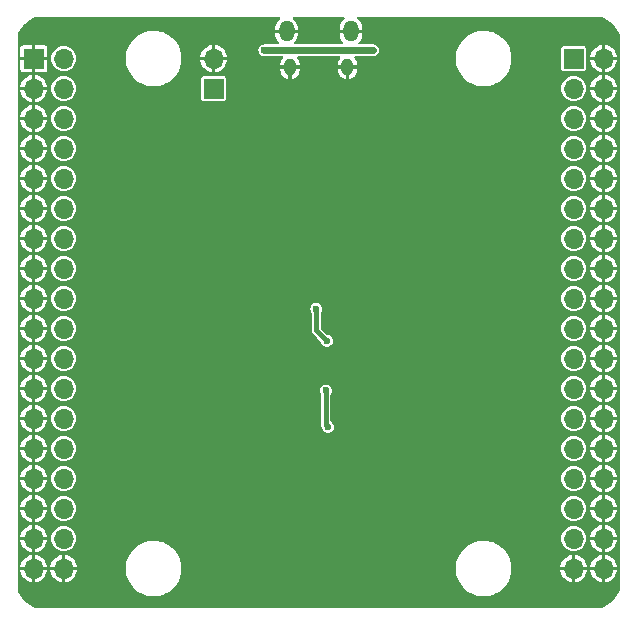
<source format=gbr>
G04 #@! TF.GenerationSoftware,KiCad,Pcbnew,8.0.5*
G04 #@! TF.CreationDate,2025-01-11T09:08:56+01:00*
G04 #@! TF.ProjectId,RP2040_minimal_r2,52503230-3430-45f6-9d69-6e696d616c5f,REV2*
G04 #@! TF.SameCoordinates,Original*
G04 #@! TF.FileFunction,Copper,L2,Bot*
G04 #@! TF.FilePolarity,Positive*
%FSLAX46Y46*%
G04 Gerber Fmt 4.6, Leading zero omitted, Abs format (unit mm)*
G04 Created by KiCad (PCBNEW 8.0.5) date 2025-01-11 09:08:56*
%MOMM*%
%LPD*%
G01*
G04 APERTURE LIST*
G04 #@! TA.AperFunction,ComponentPad*
%ADD10O,1.300000X1.800000*%
G04 #@! TD*
G04 #@! TA.AperFunction,ComponentPad*
%ADD11O,1.050000X1.450000*%
G04 #@! TD*
G04 #@! TA.AperFunction,ComponentPad*
%ADD12R,1.700000X1.700000*%
G04 #@! TD*
G04 #@! TA.AperFunction,ComponentPad*
%ADD13O,1.700000X1.700000*%
G04 #@! TD*
G04 #@! TA.AperFunction,ComponentPad*
%ADD14C,0.600000*%
G04 #@! TD*
G04 #@! TA.AperFunction,ViaPad*
%ADD15C,0.600000*%
G04 #@! TD*
G04 #@! TA.AperFunction,Conductor*
%ADD16C,0.200000*%
G04 #@! TD*
G04 #@! TA.AperFunction,Conductor*
%ADD17C,0.600000*%
G04 #@! TD*
G04 #@! TA.AperFunction,Conductor*
%ADD18C,0.400000*%
G04 #@! TD*
G04 APERTURE END LIST*
D10*
X102725000Y-71700000D03*
D11*
X102425000Y-74730000D03*
X97575000Y-74730000D03*
D10*
X97275000Y-71700000D03*
D12*
X91110000Y-76540000D03*
D13*
X91110000Y-74000000D03*
D12*
X75870000Y-74000000D03*
D13*
X78410000Y-74000000D03*
X75870000Y-76540000D03*
X78410000Y-76540000D03*
X75870000Y-79080000D03*
X78410000Y-79080000D03*
X75870000Y-81620000D03*
X78410000Y-81620000D03*
X75870000Y-84160000D03*
X78410000Y-84160000D03*
X75870000Y-86700000D03*
X78410000Y-86700000D03*
X75870000Y-89240000D03*
X78410000Y-89240000D03*
X75870000Y-91780000D03*
X78410000Y-91780000D03*
X75870000Y-94320000D03*
X78410000Y-94320000D03*
X75870000Y-96860000D03*
X78410000Y-96860000D03*
X75870000Y-99400000D03*
X78410000Y-99400000D03*
X75870000Y-101940000D03*
X78410000Y-101940000D03*
X75870000Y-104480000D03*
X78410000Y-104480000D03*
X75870000Y-107020000D03*
X78410000Y-107020000D03*
X75870000Y-109560000D03*
X78410000Y-109560000D03*
X75870000Y-112100000D03*
X78410000Y-112100000D03*
X75870000Y-114640000D03*
X78410000Y-114640000D03*
X75870000Y-117180000D03*
X78410000Y-117180000D03*
D12*
X121590000Y-74000000D03*
D13*
X124130000Y-74000000D03*
X121590000Y-76540000D03*
X124130000Y-76540000D03*
X121590000Y-79080000D03*
X124130000Y-79080000D03*
X121590000Y-81620000D03*
X124130000Y-81620000D03*
X121590000Y-84160000D03*
X124130000Y-84160000D03*
X121590000Y-86700000D03*
X124130000Y-86700000D03*
X121590000Y-89240000D03*
X124130000Y-89240000D03*
X121590000Y-91780000D03*
X124130000Y-91780000D03*
X121590000Y-94320000D03*
X124130000Y-94320000D03*
X121590000Y-96860000D03*
X124130000Y-96860000D03*
X121590000Y-99400000D03*
X124130000Y-99400000D03*
X121590000Y-101940000D03*
X124130000Y-101940000D03*
X121590000Y-104480000D03*
X124130000Y-104480000D03*
X121590000Y-107020000D03*
X124130000Y-107020000D03*
X121590000Y-109560000D03*
X124130000Y-109560000D03*
X121590000Y-112100000D03*
X124130000Y-112100000D03*
X121590000Y-114640000D03*
X124130000Y-114640000D03*
X121590000Y-117180000D03*
X124130000Y-117180000D03*
D14*
X98725000Y-98725000D03*
X98725000Y-100000000D03*
X98725000Y-101275000D03*
X100000000Y-98725000D03*
X100000000Y-100000000D03*
X100000000Y-101275000D03*
X101275000Y-98725000D03*
X101275000Y-100000000D03*
X101275000Y-101275000D03*
D15*
X97100000Y-112300000D03*
X97100000Y-109500000D03*
X102900000Y-109500000D03*
X99000000Y-91200008D03*
X97300000Y-106600000D03*
X92000000Y-97000000D03*
X98700000Y-76000000D03*
X108000000Y-101305000D03*
X86190000Y-79400000D03*
X101500000Y-107782004D03*
X102900000Y-112300000D03*
X92000000Y-101200000D03*
X108000000Y-94600000D03*
X111500000Y-89000000D03*
X103000000Y-92200000D03*
X94700000Y-82800000D03*
X100380994Y-107781990D03*
X108000000Y-95600000D03*
X90800000Y-89200000D03*
X104000000Y-92200000D03*
X110000000Y-78000000D03*
X100000000Y-91200000D03*
X104600000Y-73300000D03*
X95400000Y-73300000D03*
X99800000Y-95199994D03*
X100700000Y-97900000D03*
X100800000Y-105200000D03*
X100599970Y-102100000D03*
D16*
X103299999Y-92499999D02*
X103000000Y-92200000D01*
X104000000Y-93000000D02*
X103800000Y-93000000D01*
X103800000Y-93000000D02*
X103299999Y-92499999D01*
D17*
X104600000Y-73300000D02*
X95400000Y-73300000D01*
D18*
X100800000Y-105200000D02*
X100590000Y-104990000D01*
X100590000Y-104990000D02*
X100590000Y-102109970D01*
X100590000Y-102109970D02*
X100599970Y-102100000D01*
X99800000Y-97010000D02*
X100690000Y-97900000D01*
X99800000Y-95199994D02*
X99800000Y-97010000D01*
X100690000Y-97900000D02*
X100700000Y-97900000D01*
G04 #@! TA.AperFunction,Conductor*
G36*
X96718653Y-70518907D02*
G01*
X96754617Y-70568407D01*
X96754617Y-70629593D01*
X96718653Y-70679093D01*
X96715464Y-70681315D01*
X96669410Y-70712087D01*
X96669406Y-70712090D01*
X96537090Y-70844406D01*
X96537087Y-70844410D01*
X96433124Y-70999998D01*
X96433118Y-71000010D01*
X96361508Y-71172893D01*
X96361508Y-71172895D01*
X96325000Y-71356430D01*
X96325000Y-71549999D01*
X96325001Y-71550000D01*
X96925000Y-71550000D01*
X96925000Y-71850000D01*
X96325001Y-71850000D01*
X96325000Y-71850001D01*
X96325000Y-72043569D01*
X96361508Y-72227104D01*
X96361508Y-72227106D01*
X96433118Y-72399989D01*
X96433124Y-72400001D01*
X96537087Y-72555589D01*
X96537090Y-72555593D01*
X96611993Y-72630496D01*
X96639770Y-72685013D01*
X96630199Y-72745445D01*
X96586934Y-72788710D01*
X96541989Y-72799500D01*
X95328035Y-72799500D01*
X95265845Y-72817761D01*
X95263579Y-72818397D01*
X95206815Y-72833607D01*
X95200818Y-72836091D01*
X95200589Y-72835539D01*
X95190245Y-72839958D01*
X95189954Y-72840043D01*
X95189944Y-72840048D01*
X95141410Y-72871238D01*
X95137391Y-72873688D01*
X95092684Y-72899500D01*
X95092682Y-72899502D01*
X95091658Y-72900527D01*
X95075200Y-72913789D01*
X95068872Y-72917856D01*
X95068871Y-72917857D01*
X95035768Y-72956059D01*
X95030956Y-72961227D01*
X94999500Y-72992685D01*
X94999499Y-72992686D01*
X94995172Y-73000180D01*
X94984266Y-73015496D01*
X94974622Y-73026627D01*
X94974621Y-73026628D01*
X94956591Y-73066107D01*
X94952277Y-73074475D01*
X94933608Y-73106813D01*
X94933607Y-73106813D01*
X94929507Y-73122117D01*
X94923938Y-73137608D01*
X94923933Y-73137621D01*
X94914835Y-73157543D01*
X94909674Y-73193430D01*
X94907310Y-73204953D01*
X94899500Y-73234104D01*
X94899500Y-73257122D01*
X94898492Y-73271211D01*
X94894353Y-73299998D01*
X94894353Y-73300001D01*
X94898492Y-73328786D01*
X94899500Y-73342876D01*
X94899500Y-73365893D01*
X94907310Y-73395042D01*
X94909675Y-73406572D01*
X94914835Y-73442457D01*
X94923937Y-73462388D01*
X94929506Y-73477881D01*
X94933608Y-73493186D01*
X94952277Y-73525523D01*
X94956592Y-73533893D01*
X94974622Y-73573373D01*
X94984259Y-73584494D01*
X94995172Y-73599820D01*
X94999497Y-73607310D01*
X94999498Y-73607311D01*
X94999500Y-73607314D01*
X95030958Y-73638772D01*
X95030961Y-73638775D01*
X95035764Y-73643934D01*
X95068872Y-73682143D01*
X95075186Y-73686201D01*
X95091662Y-73699476D01*
X95092686Y-73700500D01*
X95133256Y-73723923D01*
X95137392Y-73726311D01*
X95141414Y-73728763D01*
X95189947Y-73759953D01*
X95190046Y-73759982D01*
X95190215Y-73760032D01*
X95200584Y-73764474D01*
X95200819Y-73763909D01*
X95206809Y-73766389D01*
X95206814Y-73766392D01*
X95263579Y-73781601D01*
X95265813Y-73782228D01*
X95276814Y-73785458D01*
X95328033Y-73800499D01*
X95328038Y-73800499D01*
X95328039Y-73800500D01*
X95328040Y-73800500D01*
X96898766Y-73800500D01*
X96956957Y-73819407D01*
X96992921Y-73868907D01*
X96992921Y-73930093D01*
X96968770Y-73969504D01*
X96934180Y-74004093D01*
X96843892Y-74139217D01*
X96843892Y-74139218D01*
X96781704Y-74289354D01*
X96781704Y-74289356D01*
X96750000Y-74448742D01*
X96750000Y-74579999D01*
X96750001Y-74580000D01*
X97250000Y-74580000D01*
X97250000Y-74880000D01*
X96750001Y-74880000D01*
X96750000Y-74880001D01*
X96750000Y-75011257D01*
X96781704Y-75170643D01*
X96781704Y-75170645D01*
X96843892Y-75320781D01*
X96843892Y-75320782D01*
X96934180Y-75455906D01*
X97049093Y-75570819D01*
X97184218Y-75661107D01*
X97334349Y-75723293D01*
X97334360Y-75723296D01*
X97425000Y-75741324D01*
X97425000Y-75218674D01*
X97449555Y-75232851D01*
X97532213Y-75255000D01*
X97617787Y-75255000D01*
X97700445Y-75232851D01*
X97725000Y-75218674D01*
X97725000Y-75741323D01*
X97815639Y-75723296D01*
X97815650Y-75723293D01*
X97965781Y-75661107D01*
X97965782Y-75661107D01*
X98100906Y-75570819D01*
X98215819Y-75455906D01*
X98306107Y-75320782D01*
X98306107Y-75320781D01*
X98368295Y-75170645D01*
X98368295Y-75170643D01*
X98399999Y-75011257D01*
X98400000Y-75011254D01*
X98400000Y-74880001D01*
X98399999Y-74880000D01*
X97900000Y-74880000D01*
X97900000Y-74580000D01*
X98399999Y-74580000D01*
X98400000Y-74579999D01*
X98400000Y-74448745D01*
X98399999Y-74448742D01*
X98368295Y-74289356D01*
X98368295Y-74289354D01*
X98306107Y-74139218D01*
X98306107Y-74139217D01*
X98215819Y-74004093D01*
X98181230Y-73969504D01*
X98153453Y-73914987D01*
X98163024Y-73854555D01*
X98206289Y-73811290D01*
X98251234Y-73800500D01*
X101748766Y-73800500D01*
X101806957Y-73819407D01*
X101842921Y-73868907D01*
X101842921Y-73930093D01*
X101818770Y-73969504D01*
X101784180Y-74004093D01*
X101693892Y-74139217D01*
X101693892Y-74139218D01*
X101631704Y-74289354D01*
X101631704Y-74289356D01*
X101600000Y-74448742D01*
X101600000Y-74579999D01*
X101600001Y-74580000D01*
X102100000Y-74580000D01*
X102100000Y-74880000D01*
X101600001Y-74880000D01*
X101600000Y-74880001D01*
X101600000Y-75011257D01*
X101631704Y-75170643D01*
X101631704Y-75170645D01*
X101693892Y-75320781D01*
X101693892Y-75320782D01*
X101784180Y-75455906D01*
X101899093Y-75570819D01*
X102034218Y-75661107D01*
X102184349Y-75723293D01*
X102184360Y-75723296D01*
X102275000Y-75741324D01*
X102275000Y-75218674D01*
X102299555Y-75232851D01*
X102382213Y-75255000D01*
X102467787Y-75255000D01*
X102550445Y-75232851D01*
X102575000Y-75218674D01*
X102575000Y-75741323D01*
X102665639Y-75723296D01*
X102665650Y-75723293D01*
X102815781Y-75661107D01*
X102815782Y-75661107D01*
X102950906Y-75570819D01*
X103065819Y-75455906D01*
X103156107Y-75320782D01*
X103156107Y-75320781D01*
X103218295Y-75170645D01*
X103218295Y-75170643D01*
X103249999Y-75011257D01*
X103250000Y-75011254D01*
X103250000Y-74880001D01*
X103249999Y-74880000D01*
X102750000Y-74880000D01*
X102750000Y-74580000D01*
X103249999Y-74580000D01*
X103250000Y-74579999D01*
X103250000Y-74448745D01*
X103249999Y-74448742D01*
X103218295Y-74289356D01*
X103218295Y-74289354D01*
X103156107Y-74139218D01*
X103156107Y-74139217D01*
X103065819Y-74004093D01*
X103031230Y-73969504D01*
X103003453Y-73914987D01*
X103013024Y-73854555D01*
X103021640Y-73845939D01*
X111619500Y-73845939D01*
X111619500Y-74154060D01*
X111659717Y-74459536D01*
X111659717Y-74459541D01*
X111739464Y-74757163D01*
X111857375Y-75041825D01*
X112011440Y-75308673D01*
X112199003Y-75553110D01*
X112199005Y-75553112D01*
X112199009Y-75553117D01*
X112416883Y-75770991D01*
X112416887Y-75770994D01*
X112416889Y-75770996D01*
X112654794Y-75953547D01*
X112661330Y-75958562D01*
X112928170Y-76112622D01*
X112928171Y-76112622D01*
X112928174Y-76112624D01*
X113212836Y-76230535D01*
X113510456Y-76310282D01*
X113815940Y-76350500D01*
X113815941Y-76350500D01*
X114124059Y-76350500D01*
X114124060Y-76350500D01*
X114429544Y-76310282D01*
X114727164Y-76230535D01*
X115011830Y-76112622D01*
X115278670Y-75958562D01*
X115523117Y-75770991D01*
X115740991Y-75553117D01*
X115928562Y-75308670D01*
X116082622Y-75041830D01*
X116200535Y-74757164D01*
X116280282Y-74459544D01*
X116320500Y-74154060D01*
X116320500Y-73845940D01*
X116280282Y-73540456D01*
X116200535Y-73242836D01*
X116196918Y-73234104D01*
X116153901Y-73130253D01*
X120539500Y-73130253D01*
X120539500Y-74869746D01*
X120539501Y-74869758D01*
X120551132Y-74928227D01*
X120551134Y-74928233D01*
X120595445Y-74994548D01*
X120595448Y-74994552D01*
X120661769Y-75038867D01*
X120706231Y-75047711D01*
X120720241Y-75050498D01*
X120720246Y-75050498D01*
X120720252Y-75050500D01*
X120720253Y-75050500D01*
X122459747Y-75050500D01*
X122459748Y-75050500D01*
X122518231Y-75038867D01*
X122584552Y-74994552D01*
X122628867Y-74928231D01*
X122640500Y-74869748D01*
X122640500Y-73850000D01*
X122988973Y-73850000D01*
X123652555Y-73850000D01*
X123630000Y-73934174D01*
X123630000Y-74065826D01*
X123652555Y-74150000D01*
X122988973Y-74150000D01*
X122994738Y-74212216D01*
X123053064Y-74417210D01*
X123148057Y-74607983D01*
X123148062Y-74607992D01*
X123276496Y-74778064D01*
X123276506Y-74778075D01*
X123433995Y-74921647D01*
X123433994Y-74921647D01*
X123615206Y-75033847D01*
X123813941Y-75110838D01*
X123979999Y-75141880D01*
X123980000Y-75141880D01*
X123980000Y-74477445D01*
X124064174Y-74500000D01*
X124195826Y-74500000D01*
X124280000Y-74477445D01*
X124280000Y-75141880D01*
X124446058Y-75110838D01*
X124644793Y-75033847D01*
X124826004Y-74921647D01*
X124983493Y-74778075D01*
X124983503Y-74778064D01*
X125111937Y-74607992D01*
X125111942Y-74607983D01*
X125206935Y-74417210D01*
X125265261Y-74212216D01*
X125271027Y-74150000D01*
X124607445Y-74150000D01*
X124630000Y-74065826D01*
X124630000Y-73934174D01*
X124607445Y-73850000D01*
X125271026Y-73850000D01*
X125265261Y-73787783D01*
X125206935Y-73582789D01*
X125111942Y-73392016D01*
X125111937Y-73392007D01*
X124983503Y-73221935D01*
X124983493Y-73221924D01*
X124826004Y-73078352D01*
X124826005Y-73078352D01*
X124644793Y-72966152D01*
X124446061Y-72889162D01*
X124446055Y-72889160D01*
X124280000Y-72858118D01*
X124280000Y-73522554D01*
X124195826Y-73500000D01*
X124064174Y-73500000D01*
X123980000Y-73522554D01*
X123980000Y-72858119D01*
X123979999Y-72858118D01*
X123813944Y-72889160D01*
X123813938Y-72889162D01*
X123615206Y-72966152D01*
X123433995Y-73078352D01*
X123276506Y-73221924D01*
X123276496Y-73221935D01*
X123148062Y-73392007D01*
X123148057Y-73392016D01*
X123053064Y-73582789D01*
X122994738Y-73787783D01*
X122988973Y-73850000D01*
X122640500Y-73850000D01*
X122640500Y-73130252D01*
X122638921Y-73122316D01*
X122635517Y-73105202D01*
X122628867Y-73071769D01*
X122584552Y-73005448D01*
X122584548Y-73005445D01*
X122518233Y-72961134D01*
X122518231Y-72961133D01*
X122518228Y-72961132D01*
X122518227Y-72961132D01*
X122459758Y-72949501D01*
X122459748Y-72949500D01*
X120720252Y-72949500D01*
X120720251Y-72949500D01*
X120720241Y-72949501D01*
X120661772Y-72961132D01*
X120661766Y-72961134D01*
X120595451Y-73005445D01*
X120595445Y-73005451D01*
X120551134Y-73071766D01*
X120551132Y-73071772D01*
X120539501Y-73130241D01*
X120539500Y-73130253D01*
X116153901Y-73130253D01*
X116082624Y-72958174D01*
X116081403Y-72956059D01*
X115928562Y-72691330D01*
X115912124Y-72669907D01*
X115740996Y-72446889D01*
X115740994Y-72446887D01*
X115740991Y-72446883D01*
X115523117Y-72229009D01*
X115523112Y-72229005D01*
X115523110Y-72229003D01*
X115278673Y-72041440D01*
X115011825Y-71887375D01*
X114727163Y-71769464D01*
X114523881Y-71714995D01*
X114429544Y-71689718D01*
X114429541Y-71689717D01*
X114429539Y-71689717D01*
X114124060Y-71649500D01*
X113815940Y-71649500D01*
X113815939Y-71649500D01*
X113510463Y-71689717D01*
X113510458Y-71689717D01*
X113212836Y-71769464D01*
X112928174Y-71887375D01*
X112661326Y-72041440D01*
X112416889Y-72229003D01*
X112199003Y-72446889D01*
X112011440Y-72691326D01*
X111857375Y-72958174D01*
X111739464Y-73242836D01*
X111659717Y-73540458D01*
X111659717Y-73540463D01*
X111619500Y-73845939D01*
X103021640Y-73845939D01*
X103056289Y-73811290D01*
X103101234Y-73800500D01*
X104671958Y-73800500D01*
X104671961Y-73800500D01*
X104734190Y-73782227D01*
X104736393Y-73781608D01*
X104793186Y-73766392D01*
X104793192Y-73766388D01*
X104799188Y-73763906D01*
X104799424Y-73764476D01*
X104809792Y-73760029D01*
X104810053Y-73759953D01*
X104858605Y-73728749D01*
X104862580Y-73726326D01*
X104907314Y-73700500D01*
X104908326Y-73699487D01*
X104924808Y-73686203D01*
X104931128Y-73682143D01*
X104964236Y-73643932D01*
X104969025Y-73638787D01*
X105000500Y-73607314D01*
X105004818Y-73599833D01*
X105015744Y-73584489D01*
X105017217Y-73582789D01*
X105025377Y-73573373D01*
X105043412Y-73533880D01*
X105047713Y-73525537D01*
X105066392Y-73493186D01*
X105070491Y-73477885D01*
X105076064Y-73462383D01*
X105085165Y-73442457D01*
X105090326Y-73406557D01*
X105092683Y-73395061D01*
X105100500Y-73365892D01*
X105100500Y-73342876D01*
X105101508Y-73328786D01*
X105105647Y-73300001D01*
X105105647Y-73299998D01*
X105101508Y-73271211D01*
X105100500Y-73257122D01*
X105100500Y-73234109D01*
X105100500Y-73234108D01*
X105092688Y-73204953D01*
X105090324Y-73193431D01*
X105085165Y-73157543D01*
X105076058Y-73137603D01*
X105070489Y-73122106D01*
X105066394Y-73106819D01*
X105066391Y-73106813D01*
X105065464Y-73105208D01*
X105058492Y-73093131D01*
X105047720Y-73074472D01*
X105043404Y-73066099D01*
X105025377Y-73026627D01*
X105015742Y-73015508D01*
X105004823Y-73000174D01*
X105000500Y-72992686D01*
X104969041Y-72961227D01*
X104964230Y-72956058D01*
X104931129Y-72917858D01*
X104931127Y-72917856D01*
X104924807Y-72913794D01*
X104908338Y-72900523D01*
X104907318Y-72899503D01*
X104907309Y-72899496D01*
X104862613Y-72873691D01*
X104858589Y-72871239D01*
X104858587Y-72871238D01*
X104838174Y-72858119D01*
X104810054Y-72840047D01*
X104809770Y-72839964D01*
X104799408Y-72835528D01*
X104799176Y-72836089D01*
X104793187Y-72833608D01*
X104736421Y-72818398D01*
X104734153Y-72817761D01*
X104671964Y-72799500D01*
X104671961Y-72799500D01*
X104665892Y-72799500D01*
X103458011Y-72799500D01*
X103399820Y-72780593D01*
X103363856Y-72731093D01*
X103363856Y-72669907D01*
X103388007Y-72630496D01*
X103462909Y-72555593D01*
X103462912Y-72555589D01*
X103566875Y-72400001D01*
X103566881Y-72399989D01*
X103638491Y-72227106D01*
X103638491Y-72227104D01*
X103674999Y-72043569D01*
X103675000Y-72043565D01*
X103675000Y-71850001D01*
X103674999Y-71850000D01*
X103075000Y-71850000D01*
X103075000Y-71550000D01*
X103674999Y-71550000D01*
X103675000Y-71549999D01*
X103675000Y-71356434D01*
X103674999Y-71356430D01*
X103638491Y-71172895D01*
X103638491Y-71172893D01*
X103566881Y-71000010D01*
X103566875Y-70999998D01*
X103462912Y-70844410D01*
X103462909Y-70844406D01*
X103330593Y-70712090D01*
X103330589Y-70712087D01*
X103284536Y-70681315D01*
X103246657Y-70633265D01*
X103244255Y-70572127D01*
X103278248Y-70521253D01*
X103335652Y-70500076D01*
X103339538Y-70500000D01*
X123987808Y-70500000D01*
X124025694Y-70507536D01*
X124166134Y-70565708D01*
X124176136Y-70570525D01*
X124431354Y-70711578D01*
X124440755Y-70717485D01*
X124678575Y-70886228D01*
X124687254Y-70893149D01*
X124717388Y-70920078D01*
X124904697Y-71087467D01*
X124912532Y-71095302D01*
X125006053Y-71199952D01*
X125106850Y-71312745D01*
X125113771Y-71321424D01*
X125282514Y-71559244D01*
X125288421Y-71568645D01*
X125429474Y-71823863D01*
X125434291Y-71833865D01*
X125440975Y-71850001D01*
X125492464Y-71974306D01*
X125500000Y-72012190D01*
X125500000Y-118987808D01*
X125492464Y-119025694D01*
X125434291Y-119166134D01*
X125429474Y-119176136D01*
X125288421Y-119431354D01*
X125282514Y-119440755D01*
X125113771Y-119678575D01*
X125106850Y-119687254D01*
X124912540Y-119904689D01*
X124904689Y-119912540D01*
X124687254Y-120106850D01*
X124678575Y-120113771D01*
X124440755Y-120282514D01*
X124431354Y-120288421D01*
X124176136Y-120429474D01*
X124166134Y-120434291D01*
X124025694Y-120492464D01*
X123987808Y-120500000D01*
X76012192Y-120500000D01*
X75974306Y-120492464D01*
X75833865Y-120434291D01*
X75823863Y-120429474D01*
X75568645Y-120288421D01*
X75559244Y-120282514D01*
X75321424Y-120113771D01*
X75312745Y-120106850D01*
X75211695Y-120016547D01*
X75095302Y-119912532D01*
X75087467Y-119904697D01*
X74969745Y-119772966D01*
X74893149Y-119687254D01*
X74886228Y-119678575D01*
X74717485Y-119440755D01*
X74711578Y-119431354D01*
X74570525Y-119176136D01*
X74565708Y-119166134D01*
X74507536Y-119025694D01*
X74500000Y-118987808D01*
X74500000Y-117030000D01*
X74728973Y-117030000D01*
X75392555Y-117030000D01*
X75370000Y-117114174D01*
X75370000Y-117245826D01*
X75392555Y-117330000D01*
X74728973Y-117330000D01*
X74734738Y-117392216D01*
X74793064Y-117597210D01*
X74888057Y-117787983D01*
X74888062Y-117787992D01*
X75016496Y-117958064D01*
X75016506Y-117958075D01*
X75173995Y-118101647D01*
X75173994Y-118101647D01*
X75355206Y-118213847D01*
X75553941Y-118290838D01*
X75719999Y-118321880D01*
X75720000Y-118321880D01*
X75720000Y-117657445D01*
X75804174Y-117680000D01*
X75935826Y-117680000D01*
X76020000Y-117657445D01*
X76020000Y-118321880D01*
X76186058Y-118290838D01*
X76384793Y-118213847D01*
X76566004Y-118101647D01*
X76723493Y-117958075D01*
X76723503Y-117958064D01*
X76851937Y-117787992D01*
X76851942Y-117787983D01*
X76946935Y-117597210D01*
X77005261Y-117392216D01*
X77011027Y-117330000D01*
X76347445Y-117330000D01*
X76370000Y-117245826D01*
X76370000Y-117114174D01*
X76347445Y-117030000D01*
X77011026Y-117030000D01*
X77268973Y-117030000D01*
X77932555Y-117030000D01*
X77910000Y-117114174D01*
X77910000Y-117245826D01*
X77932555Y-117330000D01*
X77268973Y-117330000D01*
X77274738Y-117392216D01*
X77333064Y-117597210D01*
X77428057Y-117787983D01*
X77428062Y-117787992D01*
X77556496Y-117958064D01*
X77556506Y-117958075D01*
X77713995Y-118101647D01*
X77713994Y-118101647D01*
X77895206Y-118213847D01*
X78093941Y-118290838D01*
X78259999Y-118321880D01*
X78260000Y-118321880D01*
X78260000Y-117657445D01*
X78344174Y-117680000D01*
X78475826Y-117680000D01*
X78560000Y-117657445D01*
X78560000Y-118321880D01*
X78726058Y-118290838D01*
X78924793Y-118213847D01*
X79106004Y-118101647D01*
X79263493Y-117958075D01*
X79263503Y-117958064D01*
X79391937Y-117787992D01*
X79391942Y-117787983D01*
X79486935Y-117597210D01*
X79545261Y-117392216D01*
X79551027Y-117330000D01*
X78887445Y-117330000D01*
X78910000Y-117245826D01*
X78910000Y-117114174D01*
X78887445Y-117030000D01*
X79551026Y-117030000D01*
X79550650Y-117025939D01*
X83679500Y-117025939D01*
X83679500Y-117334060D01*
X83719717Y-117639536D01*
X83719717Y-117639541D01*
X83799464Y-117937163D01*
X83917375Y-118221825D01*
X84071440Y-118488673D01*
X84259003Y-118733110D01*
X84259005Y-118733112D01*
X84259009Y-118733117D01*
X84476883Y-118950991D01*
X84476887Y-118950994D01*
X84476889Y-118950996D01*
X84721326Y-119138559D01*
X84721330Y-119138562D01*
X84988170Y-119292622D01*
X84988171Y-119292622D01*
X84988174Y-119292624D01*
X85272836Y-119410535D01*
X85570456Y-119490282D01*
X85875940Y-119530500D01*
X85875941Y-119530500D01*
X86184059Y-119530500D01*
X86184060Y-119530500D01*
X86489544Y-119490282D01*
X86787164Y-119410535D01*
X87071830Y-119292622D01*
X87338670Y-119138562D01*
X87583117Y-118950991D01*
X87800991Y-118733117D01*
X87988562Y-118488670D01*
X88142622Y-118221830D01*
X88260535Y-117937164D01*
X88340282Y-117639544D01*
X88380500Y-117334060D01*
X88380500Y-117025940D01*
X88380500Y-117025939D01*
X111619500Y-117025939D01*
X111619500Y-117334060D01*
X111659717Y-117639536D01*
X111659717Y-117639541D01*
X111739464Y-117937163D01*
X111857375Y-118221825D01*
X112011440Y-118488673D01*
X112199003Y-118733110D01*
X112199005Y-118733112D01*
X112199009Y-118733117D01*
X112416883Y-118950991D01*
X112416887Y-118950994D01*
X112416889Y-118950996D01*
X112661326Y-119138559D01*
X112661330Y-119138562D01*
X112928170Y-119292622D01*
X112928171Y-119292622D01*
X112928174Y-119292624D01*
X113212836Y-119410535D01*
X113510456Y-119490282D01*
X113815940Y-119530500D01*
X113815941Y-119530500D01*
X114124059Y-119530500D01*
X114124060Y-119530500D01*
X114429544Y-119490282D01*
X114727164Y-119410535D01*
X115011830Y-119292622D01*
X115278670Y-119138562D01*
X115523117Y-118950991D01*
X115740991Y-118733117D01*
X115928562Y-118488670D01*
X116082622Y-118221830D01*
X116200535Y-117937164D01*
X116280282Y-117639544D01*
X116320500Y-117334060D01*
X116320500Y-117030000D01*
X120448973Y-117030000D01*
X121112555Y-117030000D01*
X121090000Y-117114174D01*
X121090000Y-117245826D01*
X121112555Y-117330000D01*
X120448973Y-117330000D01*
X120454738Y-117392216D01*
X120513064Y-117597210D01*
X120608057Y-117787983D01*
X120608062Y-117787992D01*
X120736496Y-117958064D01*
X120736506Y-117958075D01*
X120893995Y-118101647D01*
X120893994Y-118101647D01*
X121075206Y-118213847D01*
X121273941Y-118290838D01*
X121439999Y-118321880D01*
X121440000Y-118321880D01*
X121440000Y-117657445D01*
X121524174Y-117680000D01*
X121655826Y-117680000D01*
X121740000Y-117657445D01*
X121740000Y-118321880D01*
X121906058Y-118290838D01*
X122104793Y-118213847D01*
X122286004Y-118101647D01*
X122443493Y-117958075D01*
X122443503Y-117958064D01*
X122571937Y-117787992D01*
X122571942Y-117787983D01*
X122666935Y-117597210D01*
X122725261Y-117392216D01*
X122731027Y-117330000D01*
X122067445Y-117330000D01*
X122090000Y-117245826D01*
X122090000Y-117114174D01*
X122067445Y-117030000D01*
X122731026Y-117030000D01*
X122988973Y-117030000D01*
X123652555Y-117030000D01*
X123630000Y-117114174D01*
X123630000Y-117245826D01*
X123652555Y-117330000D01*
X122988973Y-117330000D01*
X122994738Y-117392216D01*
X123053064Y-117597210D01*
X123148057Y-117787983D01*
X123148062Y-117787992D01*
X123276496Y-117958064D01*
X123276506Y-117958075D01*
X123433995Y-118101647D01*
X123433994Y-118101647D01*
X123615206Y-118213847D01*
X123813941Y-118290838D01*
X123979999Y-118321880D01*
X123980000Y-118321880D01*
X123980000Y-117657445D01*
X124064174Y-117680000D01*
X124195826Y-117680000D01*
X124280000Y-117657445D01*
X124280000Y-118321880D01*
X124446058Y-118290838D01*
X124644793Y-118213847D01*
X124826004Y-118101647D01*
X124983493Y-117958075D01*
X124983503Y-117958064D01*
X125111937Y-117787992D01*
X125111942Y-117787983D01*
X125206935Y-117597210D01*
X125265261Y-117392216D01*
X125271027Y-117330000D01*
X124607445Y-117330000D01*
X124630000Y-117245826D01*
X124630000Y-117114174D01*
X124607445Y-117030000D01*
X125271026Y-117030000D01*
X125265261Y-116967783D01*
X125206935Y-116762789D01*
X125111942Y-116572016D01*
X125111937Y-116572007D01*
X124983503Y-116401935D01*
X124983493Y-116401924D01*
X124826004Y-116258352D01*
X124826005Y-116258352D01*
X124644793Y-116146152D01*
X124446061Y-116069162D01*
X124446055Y-116069160D01*
X124280000Y-116038118D01*
X124280000Y-116702554D01*
X124195826Y-116680000D01*
X124064174Y-116680000D01*
X123980000Y-116702554D01*
X123980000Y-116038119D01*
X123979999Y-116038118D01*
X123813944Y-116069160D01*
X123813938Y-116069162D01*
X123615206Y-116146152D01*
X123433995Y-116258352D01*
X123276506Y-116401924D01*
X123276496Y-116401935D01*
X123148062Y-116572007D01*
X123148057Y-116572016D01*
X123053064Y-116762789D01*
X122994738Y-116967783D01*
X122988973Y-117030000D01*
X122731026Y-117030000D01*
X122725261Y-116967783D01*
X122666935Y-116762789D01*
X122571942Y-116572016D01*
X122571937Y-116572007D01*
X122443503Y-116401935D01*
X122443493Y-116401924D01*
X122286004Y-116258352D01*
X122286005Y-116258352D01*
X122104793Y-116146152D01*
X121906061Y-116069162D01*
X121906055Y-116069160D01*
X121740000Y-116038118D01*
X121740000Y-116702554D01*
X121655826Y-116680000D01*
X121524174Y-116680000D01*
X121440000Y-116702554D01*
X121440000Y-116038119D01*
X121439999Y-116038118D01*
X121273944Y-116069160D01*
X121273938Y-116069162D01*
X121075206Y-116146152D01*
X120893995Y-116258352D01*
X120736506Y-116401924D01*
X120736496Y-116401935D01*
X120608062Y-116572007D01*
X120608057Y-116572016D01*
X120513064Y-116762789D01*
X120454738Y-116967783D01*
X120448973Y-117030000D01*
X116320500Y-117030000D01*
X116320500Y-117025940D01*
X116280282Y-116720456D01*
X116200535Y-116422836D01*
X116082624Y-116138174D01*
X116042779Y-116069160D01*
X115928562Y-115871330D01*
X115836105Y-115750838D01*
X115740996Y-115626889D01*
X115740994Y-115626887D01*
X115740991Y-115626883D01*
X115523117Y-115409009D01*
X115523112Y-115409005D01*
X115523110Y-115409003D01*
X115278673Y-115221440D01*
X115011825Y-115067375D01*
X114727163Y-114949464D01*
X114523881Y-114894995D01*
X114429544Y-114869718D01*
X114429541Y-114869717D01*
X114429539Y-114869717D01*
X114124060Y-114829500D01*
X113815940Y-114829500D01*
X113815939Y-114829500D01*
X113510463Y-114869717D01*
X113510458Y-114869717D01*
X113212836Y-114949464D01*
X112928174Y-115067375D01*
X112661326Y-115221440D01*
X112416889Y-115409003D01*
X112199003Y-115626889D01*
X112011440Y-115871326D01*
X111857375Y-116138174D01*
X111739464Y-116422836D01*
X111659717Y-116720458D01*
X111659717Y-116720463D01*
X111619500Y-117025939D01*
X88380500Y-117025939D01*
X88340282Y-116720456D01*
X88260535Y-116422836D01*
X88142624Y-116138174D01*
X88102779Y-116069160D01*
X87988562Y-115871330D01*
X87896105Y-115750838D01*
X87800996Y-115626889D01*
X87800994Y-115626887D01*
X87800991Y-115626883D01*
X87583117Y-115409009D01*
X87583112Y-115409005D01*
X87583110Y-115409003D01*
X87338673Y-115221440D01*
X87071825Y-115067375D01*
X86787163Y-114949464D01*
X86583881Y-114894995D01*
X86489544Y-114869718D01*
X86489541Y-114869717D01*
X86489539Y-114869717D01*
X86184060Y-114829500D01*
X85875940Y-114829500D01*
X85875939Y-114829500D01*
X85570463Y-114869717D01*
X85570458Y-114869717D01*
X85272836Y-114949464D01*
X84988174Y-115067375D01*
X84721326Y-115221440D01*
X84476889Y-115409003D01*
X84259003Y-115626889D01*
X84071440Y-115871326D01*
X83917375Y-116138174D01*
X83799464Y-116422836D01*
X83719717Y-116720458D01*
X83719717Y-116720463D01*
X83679500Y-117025939D01*
X79550650Y-117025939D01*
X79545261Y-116967783D01*
X79486935Y-116762789D01*
X79391942Y-116572016D01*
X79391937Y-116572007D01*
X79263503Y-116401935D01*
X79263493Y-116401924D01*
X79106004Y-116258352D01*
X79106005Y-116258352D01*
X78924793Y-116146152D01*
X78726061Y-116069162D01*
X78726055Y-116069160D01*
X78560000Y-116038118D01*
X78560000Y-116702554D01*
X78475826Y-116680000D01*
X78344174Y-116680000D01*
X78260000Y-116702554D01*
X78260000Y-116038119D01*
X78259999Y-116038118D01*
X78093944Y-116069160D01*
X78093938Y-116069162D01*
X77895206Y-116146152D01*
X77713995Y-116258352D01*
X77556506Y-116401924D01*
X77556496Y-116401935D01*
X77428062Y-116572007D01*
X77428057Y-116572016D01*
X77333064Y-116762789D01*
X77274738Y-116967783D01*
X77268973Y-117030000D01*
X77011026Y-117030000D01*
X77005261Y-116967783D01*
X76946935Y-116762789D01*
X76851942Y-116572016D01*
X76851937Y-116572007D01*
X76723503Y-116401935D01*
X76723493Y-116401924D01*
X76566004Y-116258352D01*
X76566005Y-116258352D01*
X76384793Y-116146152D01*
X76186061Y-116069162D01*
X76186055Y-116069160D01*
X76020000Y-116038118D01*
X76020000Y-116702554D01*
X75935826Y-116680000D01*
X75804174Y-116680000D01*
X75720000Y-116702554D01*
X75720000Y-116038119D01*
X75719999Y-116038118D01*
X75553944Y-116069160D01*
X75553938Y-116069162D01*
X75355206Y-116146152D01*
X75173995Y-116258352D01*
X75016506Y-116401924D01*
X75016496Y-116401935D01*
X74888062Y-116572007D01*
X74888057Y-116572016D01*
X74793064Y-116762789D01*
X74734738Y-116967783D01*
X74728973Y-117030000D01*
X74500000Y-117030000D01*
X74500000Y-114490000D01*
X74728973Y-114490000D01*
X75392555Y-114490000D01*
X75370000Y-114574174D01*
X75370000Y-114705826D01*
X75392555Y-114790000D01*
X74728973Y-114790000D01*
X74734738Y-114852216D01*
X74793064Y-115057210D01*
X74888057Y-115247983D01*
X74888062Y-115247992D01*
X75016496Y-115418064D01*
X75016506Y-115418075D01*
X75173995Y-115561647D01*
X75173994Y-115561647D01*
X75355206Y-115673847D01*
X75553941Y-115750838D01*
X75719999Y-115781880D01*
X75720000Y-115781880D01*
X75720000Y-115117445D01*
X75804174Y-115140000D01*
X75935826Y-115140000D01*
X76020000Y-115117445D01*
X76020000Y-115781880D01*
X76186058Y-115750838D01*
X76384793Y-115673847D01*
X76566004Y-115561647D01*
X76723493Y-115418075D01*
X76723503Y-115418064D01*
X76851937Y-115247992D01*
X76851942Y-115247983D01*
X76946935Y-115057210D01*
X77005261Y-114852216D01*
X77011027Y-114790000D01*
X76347445Y-114790000D01*
X76370000Y-114705826D01*
X76370000Y-114639996D01*
X77354417Y-114639996D01*
X77354417Y-114640003D01*
X77374698Y-114845929D01*
X77374699Y-114845934D01*
X77434768Y-115043954D01*
X77532316Y-115226452D01*
X77663585Y-115386404D01*
X77663590Y-115386410D01*
X77663595Y-115386414D01*
X77823547Y-115517683D01*
X77823548Y-115517683D01*
X77823550Y-115517685D01*
X78006046Y-115615232D01*
X78143997Y-115657078D01*
X78204065Y-115675300D01*
X78204070Y-115675301D01*
X78409997Y-115695583D01*
X78410000Y-115695583D01*
X78410003Y-115695583D01*
X78615929Y-115675301D01*
X78615934Y-115675300D01*
X78620724Y-115673847D01*
X78813954Y-115615232D01*
X78996450Y-115517685D01*
X79156410Y-115386410D01*
X79287685Y-115226450D01*
X79385232Y-115043954D01*
X79445300Y-114845934D01*
X79445301Y-114845929D01*
X79465583Y-114640003D01*
X79465583Y-114639996D01*
X120534417Y-114639996D01*
X120534417Y-114640003D01*
X120554698Y-114845929D01*
X120554699Y-114845934D01*
X120614768Y-115043954D01*
X120712316Y-115226452D01*
X120843585Y-115386404D01*
X120843590Y-115386410D01*
X120843595Y-115386414D01*
X121003547Y-115517683D01*
X121003548Y-115517683D01*
X121003550Y-115517685D01*
X121186046Y-115615232D01*
X121323997Y-115657078D01*
X121384065Y-115675300D01*
X121384070Y-115675301D01*
X121589997Y-115695583D01*
X121590000Y-115695583D01*
X121590003Y-115695583D01*
X121795929Y-115675301D01*
X121795934Y-115675300D01*
X121800724Y-115673847D01*
X121993954Y-115615232D01*
X122176450Y-115517685D01*
X122336410Y-115386410D01*
X122467685Y-115226450D01*
X122565232Y-115043954D01*
X122625300Y-114845934D01*
X122625301Y-114845929D01*
X122645583Y-114640003D01*
X122645583Y-114639996D01*
X122630810Y-114490000D01*
X122988973Y-114490000D01*
X123652555Y-114490000D01*
X123630000Y-114574174D01*
X123630000Y-114705826D01*
X123652555Y-114790000D01*
X122988973Y-114790000D01*
X122994738Y-114852216D01*
X123053064Y-115057210D01*
X123148057Y-115247983D01*
X123148062Y-115247992D01*
X123276496Y-115418064D01*
X123276506Y-115418075D01*
X123433995Y-115561647D01*
X123433994Y-115561647D01*
X123615206Y-115673847D01*
X123813941Y-115750838D01*
X123979999Y-115781880D01*
X123980000Y-115781880D01*
X123980000Y-115117445D01*
X124064174Y-115140000D01*
X124195826Y-115140000D01*
X124280000Y-115117445D01*
X124280000Y-115781880D01*
X124446058Y-115750838D01*
X124644793Y-115673847D01*
X124826004Y-115561647D01*
X124983493Y-115418075D01*
X124983503Y-115418064D01*
X125111937Y-115247992D01*
X125111942Y-115247983D01*
X125206935Y-115057210D01*
X125265261Y-114852216D01*
X125271027Y-114790000D01*
X124607445Y-114790000D01*
X124630000Y-114705826D01*
X124630000Y-114574174D01*
X124607445Y-114490000D01*
X125271026Y-114490000D01*
X125265261Y-114427783D01*
X125206935Y-114222789D01*
X125111942Y-114032016D01*
X125111937Y-114032007D01*
X124983503Y-113861935D01*
X124983493Y-113861924D01*
X124826004Y-113718352D01*
X124826005Y-113718352D01*
X124644793Y-113606152D01*
X124446061Y-113529162D01*
X124446055Y-113529160D01*
X124280000Y-113498118D01*
X124280000Y-114162554D01*
X124195826Y-114140000D01*
X124064174Y-114140000D01*
X123980000Y-114162554D01*
X123980000Y-113498119D01*
X123979999Y-113498118D01*
X123813944Y-113529160D01*
X123813938Y-113529162D01*
X123615206Y-113606152D01*
X123433995Y-113718352D01*
X123276506Y-113861924D01*
X123276496Y-113861935D01*
X123148062Y-114032007D01*
X123148057Y-114032016D01*
X123053064Y-114222789D01*
X122994738Y-114427783D01*
X122988973Y-114490000D01*
X122630810Y-114490000D01*
X122625301Y-114434070D01*
X122625300Y-114434065D01*
X122566401Y-114239901D01*
X122565232Y-114236046D01*
X122467685Y-114053550D01*
X122450005Y-114032007D01*
X122336414Y-113893595D01*
X122336410Y-113893590D01*
X122297825Y-113861924D01*
X122176452Y-113762316D01*
X121993954Y-113664768D01*
X121795934Y-113604699D01*
X121795929Y-113604698D01*
X121590003Y-113584417D01*
X121589997Y-113584417D01*
X121384070Y-113604698D01*
X121384065Y-113604699D01*
X121186045Y-113664768D01*
X121003547Y-113762316D01*
X120843595Y-113893585D01*
X120843585Y-113893595D01*
X120712316Y-114053547D01*
X120614768Y-114236045D01*
X120554699Y-114434065D01*
X120554698Y-114434070D01*
X120534417Y-114639996D01*
X79465583Y-114639996D01*
X79445301Y-114434070D01*
X79445300Y-114434065D01*
X79386401Y-114239901D01*
X79385232Y-114236046D01*
X79287685Y-114053550D01*
X79270005Y-114032007D01*
X79156414Y-113893595D01*
X79156410Y-113893590D01*
X79117825Y-113861924D01*
X78996452Y-113762316D01*
X78813954Y-113664768D01*
X78615934Y-113604699D01*
X78615929Y-113604698D01*
X78410003Y-113584417D01*
X78409997Y-113584417D01*
X78204070Y-113604698D01*
X78204065Y-113604699D01*
X78006045Y-113664768D01*
X77823547Y-113762316D01*
X77663595Y-113893585D01*
X77663585Y-113893595D01*
X77532316Y-114053547D01*
X77434768Y-114236045D01*
X77374699Y-114434065D01*
X77374698Y-114434070D01*
X77354417Y-114639996D01*
X76370000Y-114639996D01*
X76370000Y-114574174D01*
X76347445Y-114490000D01*
X77011026Y-114490000D01*
X77005261Y-114427783D01*
X76946935Y-114222789D01*
X76851942Y-114032016D01*
X76851937Y-114032007D01*
X76723503Y-113861935D01*
X76723493Y-113861924D01*
X76566004Y-113718352D01*
X76566005Y-113718352D01*
X76384793Y-113606152D01*
X76186061Y-113529162D01*
X76186055Y-113529160D01*
X76020000Y-113498118D01*
X76020000Y-114162554D01*
X75935826Y-114140000D01*
X75804174Y-114140000D01*
X75720000Y-114162554D01*
X75720000Y-113498119D01*
X75719999Y-113498118D01*
X75553944Y-113529160D01*
X75553938Y-113529162D01*
X75355206Y-113606152D01*
X75173995Y-113718352D01*
X75016506Y-113861924D01*
X75016496Y-113861935D01*
X74888062Y-114032007D01*
X74888057Y-114032016D01*
X74793064Y-114222789D01*
X74734738Y-114427783D01*
X74728973Y-114490000D01*
X74500000Y-114490000D01*
X74500000Y-111950000D01*
X74728973Y-111950000D01*
X75392555Y-111950000D01*
X75370000Y-112034174D01*
X75370000Y-112165826D01*
X75392555Y-112250000D01*
X74728973Y-112250000D01*
X74734738Y-112312216D01*
X74793064Y-112517210D01*
X74888057Y-112707983D01*
X74888062Y-112707992D01*
X75016496Y-112878064D01*
X75016506Y-112878075D01*
X75173995Y-113021647D01*
X75173994Y-113021647D01*
X75355206Y-113133847D01*
X75553941Y-113210838D01*
X75719999Y-113241880D01*
X75720000Y-113241880D01*
X75720000Y-112577445D01*
X75804174Y-112600000D01*
X75935826Y-112600000D01*
X76020000Y-112577445D01*
X76020000Y-113241880D01*
X76186058Y-113210838D01*
X76384793Y-113133847D01*
X76566004Y-113021647D01*
X76723493Y-112878075D01*
X76723503Y-112878064D01*
X76851937Y-112707992D01*
X76851942Y-112707983D01*
X76946935Y-112517210D01*
X77005261Y-112312216D01*
X77011027Y-112250000D01*
X76347445Y-112250000D01*
X76370000Y-112165826D01*
X76370000Y-112099996D01*
X77354417Y-112099996D01*
X77354417Y-112100003D01*
X77374698Y-112305929D01*
X77374699Y-112305934D01*
X77434768Y-112503954D01*
X77532316Y-112686452D01*
X77663585Y-112846404D01*
X77663590Y-112846410D01*
X77663595Y-112846414D01*
X77823547Y-112977683D01*
X77823548Y-112977683D01*
X77823550Y-112977685D01*
X78006046Y-113075232D01*
X78143997Y-113117078D01*
X78204065Y-113135300D01*
X78204070Y-113135301D01*
X78409997Y-113155583D01*
X78410000Y-113155583D01*
X78410003Y-113155583D01*
X78615929Y-113135301D01*
X78615934Y-113135300D01*
X78620724Y-113133847D01*
X78813954Y-113075232D01*
X78996450Y-112977685D01*
X79156410Y-112846410D01*
X79287685Y-112686450D01*
X79385232Y-112503954D01*
X79445300Y-112305934D01*
X79445301Y-112305929D01*
X79465583Y-112100003D01*
X79465583Y-112099996D01*
X120534417Y-112099996D01*
X120534417Y-112100003D01*
X120554698Y-112305929D01*
X120554699Y-112305934D01*
X120614768Y-112503954D01*
X120712316Y-112686452D01*
X120843585Y-112846404D01*
X120843590Y-112846410D01*
X120843595Y-112846414D01*
X121003547Y-112977683D01*
X121003548Y-112977683D01*
X121003550Y-112977685D01*
X121186046Y-113075232D01*
X121323997Y-113117078D01*
X121384065Y-113135300D01*
X121384070Y-113135301D01*
X121589997Y-113155583D01*
X121590000Y-113155583D01*
X121590003Y-113155583D01*
X121795929Y-113135301D01*
X121795934Y-113135300D01*
X121800724Y-113133847D01*
X121993954Y-113075232D01*
X122176450Y-112977685D01*
X122336410Y-112846410D01*
X122467685Y-112686450D01*
X122565232Y-112503954D01*
X122625300Y-112305934D01*
X122625301Y-112305929D01*
X122645583Y-112100003D01*
X122645583Y-112099996D01*
X122630810Y-111950000D01*
X122988973Y-111950000D01*
X123652555Y-111950000D01*
X123630000Y-112034174D01*
X123630000Y-112165826D01*
X123652555Y-112250000D01*
X122988973Y-112250000D01*
X122994738Y-112312216D01*
X123053064Y-112517210D01*
X123148057Y-112707983D01*
X123148062Y-112707992D01*
X123276496Y-112878064D01*
X123276506Y-112878075D01*
X123433995Y-113021647D01*
X123433994Y-113021647D01*
X123615206Y-113133847D01*
X123813941Y-113210838D01*
X123979999Y-113241880D01*
X123980000Y-113241880D01*
X123980000Y-112577445D01*
X124064174Y-112600000D01*
X124195826Y-112600000D01*
X124280000Y-112577445D01*
X124280000Y-113241880D01*
X124446058Y-113210838D01*
X124644793Y-113133847D01*
X124826004Y-113021647D01*
X124983493Y-112878075D01*
X124983503Y-112878064D01*
X125111937Y-112707992D01*
X125111942Y-112707983D01*
X125206935Y-112517210D01*
X125265261Y-112312216D01*
X125271027Y-112250000D01*
X124607445Y-112250000D01*
X124630000Y-112165826D01*
X124630000Y-112034174D01*
X124607445Y-111950000D01*
X125271026Y-111950000D01*
X125265261Y-111887783D01*
X125206935Y-111682789D01*
X125111942Y-111492016D01*
X125111937Y-111492007D01*
X124983503Y-111321935D01*
X124983493Y-111321924D01*
X124826004Y-111178352D01*
X124826005Y-111178352D01*
X124644793Y-111066152D01*
X124446061Y-110989162D01*
X124446055Y-110989160D01*
X124280000Y-110958118D01*
X124280000Y-111622554D01*
X124195826Y-111600000D01*
X124064174Y-111600000D01*
X123980000Y-111622554D01*
X123980000Y-110958119D01*
X123979999Y-110958118D01*
X123813944Y-110989160D01*
X123813938Y-110989162D01*
X123615206Y-111066152D01*
X123433995Y-111178352D01*
X123276506Y-111321924D01*
X123276496Y-111321935D01*
X123148062Y-111492007D01*
X123148057Y-111492016D01*
X123053064Y-111682789D01*
X122994738Y-111887783D01*
X122988973Y-111950000D01*
X122630810Y-111950000D01*
X122625301Y-111894070D01*
X122625300Y-111894065D01*
X122566401Y-111699901D01*
X122565232Y-111696046D01*
X122467685Y-111513550D01*
X122450005Y-111492007D01*
X122336414Y-111353595D01*
X122336410Y-111353590D01*
X122297825Y-111321924D01*
X122176452Y-111222316D01*
X121993954Y-111124768D01*
X121795934Y-111064699D01*
X121795929Y-111064698D01*
X121590003Y-111044417D01*
X121589997Y-111044417D01*
X121384070Y-111064698D01*
X121384065Y-111064699D01*
X121186045Y-111124768D01*
X121003547Y-111222316D01*
X120843595Y-111353585D01*
X120843585Y-111353595D01*
X120712316Y-111513547D01*
X120614768Y-111696045D01*
X120554699Y-111894065D01*
X120554698Y-111894070D01*
X120534417Y-112099996D01*
X79465583Y-112099996D01*
X79445301Y-111894070D01*
X79445300Y-111894065D01*
X79386401Y-111699901D01*
X79385232Y-111696046D01*
X79287685Y-111513550D01*
X79270005Y-111492007D01*
X79156414Y-111353595D01*
X79156410Y-111353590D01*
X79117825Y-111321924D01*
X78996452Y-111222316D01*
X78813954Y-111124768D01*
X78615934Y-111064699D01*
X78615929Y-111064698D01*
X78410003Y-111044417D01*
X78409997Y-111044417D01*
X78204070Y-111064698D01*
X78204065Y-111064699D01*
X78006045Y-111124768D01*
X77823547Y-111222316D01*
X77663595Y-111353585D01*
X77663585Y-111353595D01*
X77532316Y-111513547D01*
X77434768Y-111696045D01*
X77374699Y-111894065D01*
X77374698Y-111894070D01*
X77354417Y-112099996D01*
X76370000Y-112099996D01*
X76370000Y-112034174D01*
X76347445Y-111950000D01*
X77011026Y-111950000D01*
X77005261Y-111887783D01*
X76946935Y-111682789D01*
X76851942Y-111492016D01*
X76851937Y-111492007D01*
X76723503Y-111321935D01*
X76723493Y-111321924D01*
X76566004Y-111178352D01*
X76566005Y-111178352D01*
X76384793Y-111066152D01*
X76186061Y-110989162D01*
X76186055Y-110989160D01*
X76020000Y-110958118D01*
X76020000Y-111622554D01*
X75935826Y-111600000D01*
X75804174Y-111600000D01*
X75720000Y-111622554D01*
X75720000Y-110958119D01*
X75719999Y-110958118D01*
X75553944Y-110989160D01*
X75553938Y-110989162D01*
X75355206Y-111066152D01*
X75173995Y-111178352D01*
X75016506Y-111321924D01*
X75016496Y-111321935D01*
X74888062Y-111492007D01*
X74888057Y-111492016D01*
X74793064Y-111682789D01*
X74734738Y-111887783D01*
X74728973Y-111950000D01*
X74500000Y-111950000D01*
X74500000Y-109410000D01*
X74728973Y-109410000D01*
X75392555Y-109410000D01*
X75370000Y-109494174D01*
X75370000Y-109625826D01*
X75392555Y-109710000D01*
X74728973Y-109710000D01*
X74734738Y-109772216D01*
X74793064Y-109977210D01*
X74888057Y-110167983D01*
X74888062Y-110167992D01*
X75016496Y-110338064D01*
X75016506Y-110338075D01*
X75173995Y-110481647D01*
X75173994Y-110481647D01*
X75355206Y-110593847D01*
X75553941Y-110670838D01*
X75719999Y-110701880D01*
X75720000Y-110701880D01*
X75720000Y-110037445D01*
X75804174Y-110060000D01*
X75935826Y-110060000D01*
X76020000Y-110037445D01*
X76020000Y-110701880D01*
X76186058Y-110670838D01*
X76384793Y-110593847D01*
X76566004Y-110481647D01*
X76723493Y-110338075D01*
X76723503Y-110338064D01*
X76851937Y-110167992D01*
X76851942Y-110167983D01*
X76946935Y-109977210D01*
X77005261Y-109772216D01*
X77011027Y-109710000D01*
X76347445Y-109710000D01*
X76370000Y-109625826D01*
X76370000Y-109559996D01*
X77354417Y-109559996D01*
X77354417Y-109560003D01*
X77374698Y-109765929D01*
X77374699Y-109765934D01*
X77434768Y-109963954D01*
X77532316Y-110146452D01*
X77663585Y-110306404D01*
X77663590Y-110306410D01*
X77663595Y-110306414D01*
X77823547Y-110437683D01*
X77823548Y-110437683D01*
X77823550Y-110437685D01*
X78006046Y-110535232D01*
X78143997Y-110577078D01*
X78204065Y-110595300D01*
X78204070Y-110595301D01*
X78409997Y-110615583D01*
X78410000Y-110615583D01*
X78410003Y-110615583D01*
X78615929Y-110595301D01*
X78615934Y-110595300D01*
X78620724Y-110593847D01*
X78813954Y-110535232D01*
X78996450Y-110437685D01*
X79156410Y-110306410D01*
X79287685Y-110146450D01*
X79385232Y-109963954D01*
X79445300Y-109765934D01*
X79445301Y-109765929D01*
X79465583Y-109560003D01*
X79465583Y-109559996D01*
X120534417Y-109559996D01*
X120534417Y-109560003D01*
X120554698Y-109765929D01*
X120554699Y-109765934D01*
X120614768Y-109963954D01*
X120712316Y-110146452D01*
X120843585Y-110306404D01*
X120843590Y-110306410D01*
X120843595Y-110306414D01*
X121003547Y-110437683D01*
X121003548Y-110437683D01*
X121003550Y-110437685D01*
X121186046Y-110535232D01*
X121323997Y-110577078D01*
X121384065Y-110595300D01*
X121384070Y-110595301D01*
X121589997Y-110615583D01*
X121590000Y-110615583D01*
X121590003Y-110615583D01*
X121795929Y-110595301D01*
X121795934Y-110595300D01*
X121800724Y-110593847D01*
X121993954Y-110535232D01*
X122176450Y-110437685D01*
X122336410Y-110306410D01*
X122467685Y-110146450D01*
X122565232Y-109963954D01*
X122625300Y-109765934D01*
X122625301Y-109765929D01*
X122645583Y-109560003D01*
X122645583Y-109559996D01*
X122630810Y-109410000D01*
X122988973Y-109410000D01*
X123652555Y-109410000D01*
X123630000Y-109494174D01*
X123630000Y-109625826D01*
X123652555Y-109710000D01*
X122988973Y-109710000D01*
X122994738Y-109772216D01*
X123053064Y-109977210D01*
X123148057Y-110167983D01*
X123148062Y-110167992D01*
X123276496Y-110338064D01*
X123276506Y-110338075D01*
X123433995Y-110481647D01*
X123433994Y-110481647D01*
X123615206Y-110593847D01*
X123813941Y-110670838D01*
X123979999Y-110701880D01*
X123980000Y-110701880D01*
X123980000Y-110037445D01*
X124064174Y-110060000D01*
X124195826Y-110060000D01*
X124280000Y-110037445D01*
X124280000Y-110701880D01*
X124446058Y-110670838D01*
X124644793Y-110593847D01*
X124826004Y-110481647D01*
X124983493Y-110338075D01*
X124983503Y-110338064D01*
X125111937Y-110167992D01*
X125111942Y-110167983D01*
X125206935Y-109977210D01*
X125265261Y-109772216D01*
X125271027Y-109710000D01*
X124607445Y-109710000D01*
X124630000Y-109625826D01*
X124630000Y-109494174D01*
X124607445Y-109410000D01*
X125271026Y-109410000D01*
X125265261Y-109347783D01*
X125206935Y-109142789D01*
X125111942Y-108952016D01*
X125111937Y-108952007D01*
X124983503Y-108781935D01*
X124983493Y-108781924D01*
X124826004Y-108638352D01*
X124826005Y-108638352D01*
X124644793Y-108526152D01*
X124446061Y-108449162D01*
X124446055Y-108449160D01*
X124280000Y-108418118D01*
X124280000Y-109082554D01*
X124195826Y-109060000D01*
X124064174Y-109060000D01*
X123980000Y-109082554D01*
X123980000Y-108418119D01*
X123979999Y-108418118D01*
X123813944Y-108449160D01*
X123813938Y-108449162D01*
X123615206Y-108526152D01*
X123433995Y-108638352D01*
X123276506Y-108781924D01*
X123276496Y-108781935D01*
X123148062Y-108952007D01*
X123148057Y-108952016D01*
X123053064Y-109142789D01*
X122994738Y-109347783D01*
X122988973Y-109410000D01*
X122630810Y-109410000D01*
X122625301Y-109354070D01*
X122625300Y-109354065D01*
X122566401Y-109159901D01*
X122565232Y-109156046D01*
X122467685Y-108973550D01*
X122450005Y-108952007D01*
X122336414Y-108813595D01*
X122336410Y-108813590D01*
X122297825Y-108781924D01*
X122176452Y-108682316D01*
X121993954Y-108584768D01*
X121795934Y-108524699D01*
X121795929Y-108524698D01*
X121590003Y-108504417D01*
X121589997Y-108504417D01*
X121384070Y-108524698D01*
X121384065Y-108524699D01*
X121186045Y-108584768D01*
X121003547Y-108682316D01*
X120843595Y-108813585D01*
X120843585Y-108813595D01*
X120712316Y-108973547D01*
X120614768Y-109156045D01*
X120554699Y-109354065D01*
X120554698Y-109354070D01*
X120534417Y-109559996D01*
X79465583Y-109559996D01*
X79445301Y-109354070D01*
X79445300Y-109354065D01*
X79386401Y-109159901D01*
X79385232Y-109156046D01*
X79287685Y-108973550D01*
X79270005Y-108952007D01*
X79156414Y-108813595D01*
X79156410Y-108813590D01*
X79117825Y-108781924D01*
X78996452Y-108682316D01*
X78813954Y-108584768D01*
X78615934Y-108524699D01*
X78615929Y-108524698D01*
X78410003Y-108504417D01*
X78409997Y-108504417D01*
X78204070Y-108524698D01*
X78204065Y-108524699D01*
X78006045Y-108584768D01*
X77823547Y-108682316D01*
X77663595Y-108813585D01*
X77663585Y-108813595D01*
X77532316Y-108973547D01*
X77434768Y-109156045D01*
X77374699Y-109354065D01*
X77374698Y-109354070D01*
X77354417Y-109559996D01*
X76370000Y-109559996D01*
X76370000Y-109494174D01*
X76347445Y-109410000D01*
X77011026Y-109410000D01*
X77005261Y-109347783D01*
X76946935Y-109142789D01*
X76851942Y-108952016D01*
X76851937Y-108952007D01*
X76723503Y-108781935D01*
X76723493Y-108781924D01*
X76566004Y-108638352D01*
X76566005Y-108638352D01*
X76384793Y-108526152D01*
X76186061Y-108449162D01*
X76186055Y-108449160D01*
X76020000Y-108418118D01*
X76020000Y-109082554D01*
X75935826Y-109060000D01*
X75804174Y-109060000D01*
X75720000Y-109082554D01*
X75720000Y-108418119D01*
X75719999Y-108418118D01*
X75553944Y-108449160D01*
X75553938Y-108449162D01*
X75355206Y-108526152D01*
X75173995Y-108638352D01*
X75016506Y-108781924D01*
X75016496Y-108781935D01*
X74888062Y-108952007D01*
X74888057Y-108952016D01*
X74793064Y-109142789D01*
X74734738Y-109347783D01*
X74728973Y-109410000D01*
X74500000Y-109410000D01*
X74500000Y-106870000D01*
X74728973Y-106870000D01*
X75392555Y-106870000D01*
X75370000Y-106954174D01*
X75370000Y-107085826D01*
X75392555Y-107170000D01*
X74728973Y-107170000D01*
X74734738Y-107232216D01*
X74793064Y-107437210D01*
X74888057Y-107627983D01*
X74888062Y-107627992D01*
X75016496Y-107798064D01*
X75016506Y-107798075D01*
X75173995Y-107941647D01*
X75173994Y-107941647D01*
X75355206Y-108053847D01*
X75553941Y-108130838D01*
X75719999Y-108161880D01*
X75720000Y-108161880D01*
X75720000Y-107497445D01*
X75804174Y-107520000D01*
X75935826Y-107520000D01*
X76020000Y-107497445D01*
X76020000Y-108161880D01*
X76186058Y-108130838D01*
X76384793Y-108053847D01*
X76566004Y-107941647D01*
X76723493Y-107798075D01*
X76723503Y-107798064D01*
X76851937Y-107627992D01*
X76851942Y-107627983D01*
X76946935Y-107437210D01*
X77005261Y-107232216D01*
X77011027Y-107170000D01*
X76347445Y-107170000D01*
X76370000Y-107085826D01*
X76370000Y-107019996D01*
X77354417Y-107019996D01*
X77354417Y-107020003D01*
X77374698Y-107225929D01*
X77374699Y-107225934D01*
X77434768Y-107423954D01*
X77532316Y-107606452D01*
X77663585Y-107766404D01*
X77663590Y-107766410D01*
X77663595Y-107766414D01*
X77823547Y-107897683D01*
X77823548Y-107897683D01*
X77823550Y-107897685D01*
X78006046Y-107995232D01*
X78143997Y-108037078D01*
X78204065Y-108055300D01*
X78204070Y-108055301D01*
X78409997Y-108075583D01*
X78410000Y-108075583D01*
X78410003Y-108075583D01*
X78615929Y-108055301D01*
X78615934Y-108055300D01*
X78620724Y-108053847D01*
X78813954Y-107995232D01*
X78996450Y-107897685D01*
X79156410Y-107766410D01*
X79287685Y-107606450D01*
X79385232Y-107423954D01*
X79445300Y-107225934D01*
X79445301Y-107225929D01*
X79465583Y-107020003D01*
X79465583Y-107019996D01*
X120534417Y-107019996D01*
X120534417Y-107020003D01*
X120554698Y-107225929D01*
X120554699Y-107225934D01*
X120614768Y-107423954D01*
X120712316Y-107606452D01*
X120843585Y-107766404D01*
X120843590Y-107766410D01*
X120843595Y-107766414D01*
X121003547Y-107897683D01*
X121003548Y-107897683D01*
X121003550Y-107897685D01*
X121186046Y-107995232D01*
X121323997Y-108037078D01*
X121384065Y-108055300D01*
X121384070Y-108055301D01*
X121589997Y-108075583D01*
X121590000Y-108075583D01*
X121590003Y-108075583D01*
X121795929Y-108055301D01*
X121795934Y-108055300D01*
X121800724Y-108053847D01*
X121993954Y-107995232D01*
X122176450Y-107897685D01*
X122336410Y-107766410D01*
X122467685Y-107606450D01*
X122565232Y-107423954D01*
X122625300Y-107225934D01*
X122625301Y-107225929D01*
X122645583Y-107020003D01*
X122645583Y-107019996D01*
X122630810Y-106870000D01*
X122988973Y-106870000D01*
X123652555Y-106870000D01*
X123630000Y-106954174D01*
X123630000Y-107085826D01*
X123652555Y-107170000D01*
X122988973Y-107170000D01*
X122994738Y-107232216D01*
X123053064Y-107437210D01*
X123148057Y-107627983D01*
X123148062Y-107627992D01*
X123276496Y-107798064D01*
X123276506Y-107798075D01*
X123433995Y-107941647D01*
X123433994Y-107941647D01*
X123615206Y-108053847D01*
X123813941Y-108130838D01*
X123979999Y-108161880D01*
X123980000Y-108161880D01*
X123980000Y-107497445D01*
X124064174Y-107520000D01*
X124195826Y-107520000D01*
X124280000Y-107497445D01*
X124280000Y-108161880D01*
X124446058Y-108130838D01*
X124644793Y-108053847D01*
X124826004Y-107941647D01*
X124983493Y-107798075D01*
X124983503Y-107798064D01*
X125111937Y-107627992D01*
X125111942Y-107627983D01*
X125206935Y-107437210D01*
X125265261Y-107232216D01*
X125271027Y-107170000D01*
X124607445Y-107170000D01*
X124630000Y-107085826D01*
X124630000Y-106954174D01*
X124607445Y-106870000D01*
X125271026Y-106870000D01*
X125265261Y-106807783D01*
X125206935Y-106602789D01*
X125111942Y-106412016D01*
X125111937Y-106412007D01*
X124983503Y-106241935D01*
X124983493Y-106241924D01*
X124826004Y-106098352D01*
X124826005Y-106098352D01*
X124644793Y-105986152D01*
X124446061Y-105909162D01*
X124446055Y-105909160D01*
X124280000Y-105878118D01*
X124280000Y-106542554D01*
X124195826Y-106520000D01*
X124064174Y-106520000D01*
X123980000Y-106542554D01*
X123980000Y-105878119D01*
X123979999Y-105878118D01*
X123813944Y-105909160D01*
X123813938Y-105909162D01*
X123615206Y-105986152D01*
X123433995Y-106098352D01*
X123276506Y-106241924D01*
X123276496Y-106241935D01*
X123148062Y-106412007D01*
X123148057Y-106412016D01*
X123053064Y-106602789D01*
X122994738Y-106807783D01*
X122988973Y-106870000D01*
X122630810Y-106870000D01*
X122625301Y-106814070D01*
X122625300Y-106814065D01*
X122566401Y-106619901D01*
X122565232Y-106616046D01*
X122467685Y-106433550D01*
X122450005Y-106412007D01*
X122336414Y-106273595D01*
X122336410Y-106273590D01*
X122297825Y-106241924D01*
X122176452Y-106142316D01*
X121993954Y-106044768D01*
X121795934Y-105984699D01*
X121795929Y-105984698D01*
X121590003Y-105964417D01*
X121589997Y-105964417D01*
X121384070Y-105984698D01*
X121384065Y-105984699D01*
X121186045Y-106044768D01*
X121003547Y-106142316D01*
X120843595Y-106273585D01*
X120843585Y-106273595D01*
X120712316Y-106433547D01*
X120614768Y-106616045D01*
X120554699Y-106814065D01*
X120554698Y-106814070D01*
X120534417Y-107019996D01*
X79465583Y-107019996D01*
X79445301Y-106814070D01*
X79445300Y-106814065D01*
X79386401Y-106619901D01*
X79385232Y-106616046D01*
X79287685Y-106433550D01*
X79270005Y-106412007D01*
X79156414Y-106273595D01*
X79156410Y-106273590D01*
X79117825Y-106241924D01*
X78996452Y-106142316D01*
X78813954Y-106044768D01*
X78615934Y-105984699D01*
X78615929Y-105984698D01*
X78410003Y-105964417D01*
X78409997Y-105964417D01*
X78204070Y-105984698D01*
X78204065Y-105984699D01*
X78006045Y-106044768D01*
X77823547Y-106142316D01*
X77663595Y-106273585D01*
X77663585Y-106273595D01*
X77532316Y-106433547D01*
X77434768Y-106616045D01*
X77374699Y-106814065D01*
X77374698Y-106814070D01*
X77354417Y-107019996D01*
X76370000Y-107019996D01*
X76370000Y-106954174D01*
X76347445Y-106870000D01*
X77011026Y-106870000D01*
X77005261Y-106807783D01*
X76946935Y-106602789D01*
X76851942Y-106412016D01*
X76851937Y-106412007D01*
X76723503Y-106241935D01*
X76723493Y-106241924D01*
X76566004Y-106098352D01*
X76566005Y-106098352D01*
X76384793Y-105986152D01*
X76186061Y-105909162D01*
X76186055Y-105909160D01*
X76020000Y-105878118D01*
X76020000Y-106542554D01*
X75935826Y-106520000D01*
X75804174Y-106520000D01*
X75720000Y-106542554D01*
X75720000Y-105878119D01*
X75719999Y-105878118D01*
X75553944Y-105909160D01*
X75553938Y-105909162D01*
X75355206Y-105986152D01*
X75173995Y-106098352D01*
X75016506Y-106241924D01*
X75016496Y-106241935D01*
X74888062Y-106412007D01*
X74888057Y-106412016D01*
X74793064Y-106602789D01*
X74734738Y-106807783D01*
X74728973Y-106870000D01*
X74500000Y-106870000D01*
X74500000Y-104330000D01*
X74728973Y-104330000D01*
X75392555Y-104330000D01*
X75370000Y-104414174D01*
X75370000Y-104545826D01*
X75392555Y-104630000D01*
X74728973Y-104630000D01*
X74734738Y-104692216D01*
X74793064Y-104897210D01*
X74888057Y-105087983D01*
X74888062Y-105087992D01*
X75016496Y-105258064D01*
X75016506Y-105258075D01*
X75173995Y-105401647D01*
X75173994Y-105401647D01*
X75355206Y-105513847D01*
X75553941Y-105590838D01*
X75719999Y-105621880D01*
X75720000Y-105621880D01*
X75720000Y-104957445D01*
X75804174Y-104980000D01*
X75935826Y-104980000D01*
X76020000Y-104957445D01*
X76020000Y-105621880D01*
X76186058Y-105590838D01*
X76384793Y-105513847D01*
X76566004Y-105401647D01*
X76723493Y-105258075D01*
X76723503Y-105258064D01*
X76851937Y-105087992D01*
X76851942Y-105087983D01*
X76946935Y-104897210D01*
X77005261Y-104692216D01*
X77011027Y-104630000D01*
X76347445Y-104630000D01*
X76370000Y-104545826D01*
X76370000Y-104479996D01*
X77354417Y-104479996D01*
X77354417Y-104480003D01*
X77374698Y-104685929D01*
X77374699Y-104685934D01*
X77434768Y-104883954D01*
X77532316Y-105066452D01*
X77663585Y-105226404D01*
X77663590Y-105226410D01*
X77663595Y-105226414D01*
X77823547Y-105357683D01*
X77823548Y-105357683D01*
X77823550Y-105357685D01*
X78006046Y-105455232D01*
X78143997Y-105497078D01*
X78204065Y-105515300D01*
X78204070Y-105515301D01*
X78409997Y-105535583D01*
X78410000Y-105535583D01*
X78410003Y-105535583D01*
X78615929Y-105515301D01*
X78615934Y-105515300D01*
X78620724Y-105513847D01*
X78813954Y-105455232D01*
X78996450Y-105357685D01*
X79156410Y-105226410D01*
X79287685Y-105066450D01*
X79385232Y-104883954D01*
X79445300Y-104685934D01*
X79445301Y-104685929D01*
X79465583Y-104480003D01*
X79465583Y-104479996D01*
X79445301Y-104274070D01*
X79445300Y-104274065D01*
X79386401Y-104079901D01*
X79385232Y-104076046D01*
X79287685Y-103893550D01*
X79270005Y-103872007D01*
X79156414Y-103733595D01*
X79156410Y-103733590D01*
X79117825Y-103701924D01*
X78996452Y-103602316D01*
X78813954Y-103504768D01*
X78615934Y-103444699D01*
X78615929Y-103444698D01*
X78410003Y-103424417D01*
X78409997Y-103424417D01*
X78204070Y-103444698D01*
X78204065Y-103444699D01*
X78006045Y-103504768D01*
X77823547Y-103602316D01*
X77663595Y-103733585D01*
X77663585Y-103733595D01*
X77532316Y-103893547D01*
X77434768Y-104076045D01*
X77374699Y-104274065D01*
X77374698Y-104274070D01*
X77354417Y-104479996D01*
X76370000Y-104479996D01*
X76370000Y-104414174D01*
X76347445Y-104330000D01*
X77011026Y-104330000D01*
X77005261Y-104267783D01*
X76946935Y-104062789D01*
X76851942Y-103872016D01*
X76851937Y-103872007D01*
X76723503Y-103701935D01*
X76723493Y-103701924D01*
X76566004Y-103558352D01*
X76566005Y-103558352D01*
X76384793Y-103446152D01*
X76186061Y-103369162D01*
X76186055Y-103369160D01*
X76020000Y-103338118D01*
X76020000Y-104002554D01*
X75935826Y-103980000D01*
X75804174Y-103980000D01*
X75720000Y-104002554D01*
X75720000Y-103338119D01*
X75719999Y-103338118D01*
X75553944Y-103369160D01*
X75553938Y-103369162D01*
X75355206Y-103446152D01*
X75173995Y-103558352D01*
X75016506Y-103701924D01*
X75016496Y-103701935D01*
X74888062Y-103872007D01*
X74888057Y-103872016D01*
X74793064Y-104062789D01*
X74734738Y-104267783D01*
X74728973Y-104330000D01*
X74500000Y-104330000D01*
X74500000Y-101790000D01*
X74728973Y-101790000D01*
X75392555Y-101790000D01*
X75370000Y-101874174D01*
X75370000Y-102005826D01*
X75392555Y-102090000D01*
X74728973Y-102090000D01*
X74734738Y-102152216D01*
X74793064Y-102357210D01*
X74888057Y-102547983D01*
X74888062Y-102547992D01*
X75016496Y-102718064D01*
X75016506Y-102718075D01*
X75173995Y-102861647D01*
X75173994Y-102861647D01*
X75355206Y-102973847D01*
X75553941Y-103050838D01*
X75719999Y-103081880D01*
X75720000Y-103081880D01*
X75720000Y-102417445D01*
X75804174Y-102440000D01*
X75935826Y-102440000D01*
X76020000Y-102417445D01*
X76020000Y-103081880D01*
X76186058Y-103050838D01*
X76384793Y-102973847D01*
X76566004Y-102861647D01*
X76723493Y-102718075D01*
X76723503Y-102718064D01*
X76851937Y-102547992D01*
X76851942Y-102547983D01*
X76946935Y-102357210D01*
X77005261Y-102152216D01*
X77011027Y-102090000D01*
X76347445Y-102090000D01*
X76370000Y-102005826D01*
X76370000Y-101939996D01*
X77354417Y-101939996D01*
X77354417Y-101940003D01*
X77374698Y-102145929D01*
X77374699Y-102145934D01*
X77434768Y-102343954D01*
X77532316Y-102526452D01*
X77663585Y-102686404D01*
X77663590Y-102686410D01*
X77663595Y-102686414D01*
X77823547Y-102817683D01*
X77823548Y-102817683D01*
X77823550Y-102817685D01*
X78006046Y-102915232D01*
X78143997Y-102957078D01*
X78204065Y-102975300D01*
X78204070Y-102975301D01*
X78409997Y-102995583D01*
X78410000Y-102995583D01*
X78410003Y-102995583D01*
X78615929Y-102975301D01*
X78615934Y-102975300D01*
X78620724Y-102973847D01*
X78813954Y-102915232D01*
X78996450Y-102817685D01*
X79156410Y-102686410D01*
X79287685Y-102526450D01*
X79385232Y-102343954D01*
X79445300Y-102145934D01*
X79445301Y-102145929D01*
X79449825Y-102099997D01*
X100094323Y-102099997D01*
X100094323Y-102100002D01*
X100114804Y-102242456D01*
X100114804Y-102242458D01*
X100177534Y-102379815D01*
X100176220Y-102380415D01*
X100189500Y-102425638D01*
X100189500Y-104937273D01*
X100189500Y-105042727D01*
X100213570Y-105132559D01*
X100216794Y-105144592D01*
X100269516Y-105235908D01*
X100269518Y-105235910D01*
X100269520Y-105235913D01*
X100281255Y-105247648D01*
X100309031Y-105302163D01*
X100309242Y-105303561D01*
X100314834Y-105342456D01*
X100321789Y-105357685D01*
X100374623Y-105473373D01*
X100409694Y-105513847D01*
X100468873Y-105582144D01*
X100530704Y-105621880D01*
X100589947Y-105659953D01*
X100696403Y-105691211D01*
X100728035Y-105700499D01*
X100728036Y-105700499D01*
X100728039Y-105700500D01*
X100728041Y-105700500D01*
X100871959Y-105700500D01*
X100871961Y-105700500D01*
X101010053Y-105659953D01*
X101131128Y-105582143D01*
X101225377Y-105473373D01*
X101285165Y-105342457D01*
X101305647Y-105200000D01*
X101285165Y-105057543D01*
X101225377Y-104926627D01*
X101131128Y-104817857D01*
X101083124Y-104787007D01*
X101035976Y-104756706D01*
X100997245Y-104709339D01*
X100990500Y-104673422D01*
X100990500Y-104479996D01*
X120534417Y-104479996D01*
X120534417Y-104480003D01*
X120554698Y-104685929D01*
X120554699Y-104685934D01*
X120614768Y-104883954D01*
X120712316Y-105066452D01*
X120843585Y-105226404D01*
X120843590Y-105226410D01*
X120843595Y-105226414D01*
X121003547Y-105357683D01*
X121003548Y-105357683D01*
X121003550Y-105357685D01*
X121186046Y-105455232D01*
X121323997Y-105497078D01*
X121384065Y-105515300D01*
X121384070Y-105515301D01*
X121589997Y-105535583D01*
X121590000Y-105535583D01*
X121590003Y-105535583D01*
X121795929Y-105515301D01*
X121795934Y-105515300D01*
X121800724Y-105513847D01*
X121993954Y-105455232D01*
X122176450Y-105357685D01*
X122336410Y-105226410D01*
X122467685Y-105066450D01*
X122565232Y-104883954D01*
X122625300Y-104685934D01*
X122625301Y-104685929D01*
X122645583Y-104480003D01*
X122645583Y-104479996D01*
X122630810Y-104330000D01*
X122988973Y-104330000D01*
X123652555Y-104330000D01*
X123630000Y-104414174D01*
X123630000Y-104545826D01*
X123652555Y-104630000D01*
X122988973Y-104630000D01*
X122994738Y-104692216D01*
X123053064Y-104897210D01*
X123148057Y-105087983D01*
X123148062Y-105087992D01*
X123276496Y-105258064D01*
X123276506Y-105258075D01*
X123433995Y-105401647D01*
X123433994Y-105401647D01*
X123615206Y-105513847D01*
X123813941Y-105590838D01*
X123979999Y-105621880D01*
X123980000Y-105621880D01*
X123980000Y-104957445D01*
X124064174Y-104980000D01*
X124195826Y-104980000D01*
X124280000Y-104957445D01*
X124280000Y-105621880D01*
X124446058Y-105590838D01*
X124644793Y-105513847D01*
X124826004Y-105401647D01*
X124983493Y-105258075D01*
X124983503Y-105258064D01*
X125111937Y-105087992D01*
X125111942Y-105087983D01*
X125206935Y-104897210D01*
X125265261Y-104692216D01*
X125271027Y-104630000D01*
X124607445Y-104630000D01*
X124630000Y-104545826D01*
X124630000Y-104414174D01*
X124607445Y-104330000D01*
X125271026Y-104330000D01*
X125265261Y-104267783D01*
X125206935Y-104062789D01*
X125111942Y-103872016D01*
X125111937Y-103872007D01*
X124983503Y-103701935D01*
X124983493Y-103701924D01*
X124826004Y-103558352D01*
X124826005Y-103558352D01*
X124644793Y-103446152D01*
X124446061Y-103369162D01*
X124446055Y-103369160D01*
X124280000Y-103338118D01*
X124280000Y-104002554D01*
X124195826Y-103980000D01*
X124064174Y-103980000D01*
X123980000Y-104002554D01*
X123980000Y-103338119D01*
X123979999Y-103338118D01*
X123813944Y-103369160D01*
X123813938Y-103369162D01*
X123615206Y-103446152D01*
X123433995Y-103558352D01*
X123276506Y-103701924D01*
X123276496Y-103701935D01*
X123148062Y-103872007D01*
X123148057Y-103872016D01*
X123053064Y-104062789D01*
X122994738Y-104267783D01*
X122988973Y-104330000D01*
X122630810Y-104330000D01*
X122625301Y-104274070D01*
X122625300Y-104274065D01*
X122566401Y-104079901D01*
X122565232Y-104076046D01*
X122467685Y-103893550D01*
X122450005Y-103872007D01*
X122336414Y-103733595D01*
X122336410Y-103733590D01*
X122297825Y-103701924D01*
X122176452Y-103602316D01*
X121993954Y-103504768D01*
X121795934Y-103444699D01*
X121795929Y-103444698D01*
X121590003Y-103424417D01*
X121589997Y-103424417D01*
X121384070Y-103444698D01*
X121384065Y-103444699D01*
X121186045Y-103504768D01*
X121003547Y-103602316D01*
X120843595Y-103733585D01*
X120843585Y-103733595D01*
X120712316Y-103893547D01*
X120614768Y-104076045D01*
X120554699Y-104274065D01*
X120554698Y-104274070D01*
X120534417Y-104479996D01*
X100990500Y-104479996D01*
X100990500Y-102450514D01*
X101009407Y-102392323D01*
X101014682Y-102385682D01*
X101025345Y-102373375D01*
X101025344Y-102373375D01*
X101025347Y-102373373D01*
X101085135Y-102242457D01*
X101099013Y-102145934D01*
X101105617Y-102100002D01*
X101105617Y-102099997D01*
X101085135Y-101957543D01*
X101077121Y-101939996D01*
X120534417Y-101939996D01*
X120534417Y-101940003D01*
X120554698Y-102145929D01*
X120554699Y-102145934D01*
X120614768Y-102343954D01*
X120712316Y-102526452D01*
X120843585Y-102686404D01*
X120843590Y-102686410D01*
X120843595Y-102686414D01*
X121003547Y-102817683D01*
X121003548Y-102817683D01*
X121003550Y-102817685D01*
X121186046Y-102915232D01*
X121323997Y-102957078D01*
X121384065Y-102975300D01*
X121384070Y-102975301D01*
X121589997Y-102995583D01*
X121590000Y-102995583D01*
X121590003Y-102995583D01*
X121795929Y-102975301D01*
X121795934Y-102975300D01*
X121800724Y-102973847D01*
X121993954Y-102915232D01*
X122176450Y-102817685D01*
X122336410Y-102686410D01*
X122467685Y-102526450D01*
X122565232Y-102343954D01*
X122625300Y-102145934D01*
X122625301Y-102145929D01*
X122645583Y-101940003D01*
X122645583Y-101939996D01*
X122630810Y-101790000D01*
X122988973Y-101790000D01*
X123652555Y-101790000D01*
X123630000Y-101874174D01*
X123630000Y-102005826D01*
X123652555Y-102090000D01*
X122988973Y-102090000D01*
X122994738Y-102152216D01*
X123053064Y-102357210D01*
X123148057Y-102547983D01*
X123148062Y-102547992D01*
X123276496Y-102718064D01*
X123276506Y-102718075D01*
X123433995Y-102861647D01*
X123433994Y-102861647D01*
X123615206Y-102973847D01*
X123813941Y-103050838D01*
X123979999Y-103081880D01*
X123980000Y-103081880D01*
X123980000Y-102417445D01*
X124064174Y-102440000D01*
X124195826Y-102440000D01*
X124280000Y-102417445D01*
X124280000Y-103081880D01*
X124446058Y-103050838D01*
X124644793Y-102973847D01*
X124826004Y-102861647D01*
X124983493Y-102718075D01*
X124983503Y-102718064D01*
X125111937Y-102547992D01*
X125111942Y-102547983D01*
X125206935Y-102357210D01*
X125265261Y-102152216D01*
X125271027Y-102090000D01*
X124607445Y-102090000D01*
X124630000Y-102005826D01*
X124630000Y-101874174D01*
X124607445Y-101790000D01*
X125271026Y-101790000D01*
X125265261Y-101727783D01*
X125206935Y-101522789D01*
X125111942Y-101332016D01*
X125111937Y-101332007D01*
X124983503Y-101161935D01*
X124983493Y-101161924D01*
X124826004Y-101018352D01*
X124826005Y-101018352D01*
X124644793Y-100906152D01*
X124446061Y-100829162D01*
X124446055Y-100829160D01*
X124280000Y-100798118D01*
X124280000Y-101462554D01*
X124195826Y-101440000D01*
X124064174Y-101440000D01*
X123980000Y-101462554D01*
X123980000Y-100798119D01*
X123979999Y-100798118D01*
X123813944Y-100829160D01*
X123813938Y-100829162D01*
X123615206Y-100906152D01*
X123433995Y-101018352D01*
X123276506Y-101161924D01*
X123276496Y-101161935D01*
X123148062Y-101332007D01*
X123148057Y-101332016D01*
X123053064Y-101522789D01*
X122994738Y-101727783D01*
X122988973Y-101790000D01*
X122630810Y-101790000D01*
X122625301Y-101734070D01*
X122625300Y-101734065D01*
X122607078Y-101673997D01*
X122565232Y-101536046D01*
X122467685Y-101353550D01*
X122450005Y-101332007D01*
X122336414Y-101193595D01*
X122336410Y-101193590D01*
X122297825Y-101161924D01*
X122176452Y-101062316D01*
X121993954Y-100964768D01*
X121795934Y-100904699D01*
X121795929Y-100904698D01*
X121590003Y-100884417D01*
X121589997Y-100884417D01*
X121384070Y-100904698D01*
X121384065Y-100904699D01*
X121186045Y-100964768D01*
X121003547Y-101062316D01*
X120843595Y-101193585D01*
X120843585Y-101193595D01*
X120712316Y-101353547D01*
X120614768Y-101536045D01*
X120554699Y-101734065D01*
X120554698Y-101734070D01*
X120534417Y-101939996D01*
X101077121Y-101939996D01*
X101025347Y-101826628D01*
X101025347Y-101826627D01*
X100931098Y-101717857D01*
X100931097Y-101717856D01*
X100931096Y-101717855D01*
X100810027Y-101640049D01*
X100810024Y-101640047D01*
X100810023Y-101640047D01*
X100810020Y-101640046D01*
X100671934Y-101599500D01*
X100671931Y-101599500D01*
X100528009Y-101599500D01*
X100528005Y-101599500D01*
X100389919Y-101640046D01*
X100389912Y-101640049D01*
X100268843Y-101717855D01*
X100174592Y-101826628D01*
X100114804Y-101957543D01*
X100094323Y-102099997D01*
X79449825Y-102099997D01*
X79465583Y-101940003D01*
X79465583Y-101939996D01*
X79445301Y-101734070D01*
X79445300Y-101734065D01*
X79427078Y-101673997D01*
X79385232Y-101536046D01*
X79287685Y-101353550D01*
X79270005Y-101332007D01*
X79156414Y-101193595D01*
X79156410Y-101193590D01*
X79117825Y-101161924D01*
X78996452Y-101062316D01*
X78813954Y-100964768D01*
X78615934Y-100904699D01*
X78615929Y-100904698D01*
X78410003Y-100884417D01*
X78409997Y-100884417D01*
X78204070Y-100904698D01*
X78204065Y-100904699D01*
X78006045Y-100964768D01*
X77823547Y-101062316D01*
X77663595Y-101193585D01*
X77663585Y-101193595D01*
X77532316Y-101353547D01*
X77434768Y-101536045D01*
X77374699Y-101734065D01*
X77374698Y-101734070D01*
X77354417Y-101939996D01*
X76370000Y-101939996D01*
X76370000Y-101874174D01*
X76347445Y-101790000D01*
X77011026Y-101790000D01*
X77005261Y-101727783D01*
X76946935Y-101522789D01*
X76851942Y-101332016D01*
X76851937Y-101332007D01*
X76723503Y-101161935D01*
X76723493Y-101161924D01*
X76566004Y-101018352D01*
X76566005Y-101018352D01*
X76384793Y-100906152D01*
X76186061Y-100829162D01*
X76186055Y-100829160D01*
X76020000Y-100798118D01*
X76020000Y-101462554D01*
X75935826Y-101440000D01*
X75804174Y-101440000D01*
X75720000Y-101462554D01*
X75720000Y-100798119D01*
X75719999Y-100798118D01*
X75553944Y-100829160D01*
X75553938Y-100829162D01*
X75355206Y-100906152D01*
X75173995Y-101018352D01*
X75016506Y-101161924D01*
X75016496Y-101161935D01*
X74888062Y-101332007D01*
X74888057Y-101332016D01*
X74793064Y-101522789D01*
X74734738Y-101727783D01*
X74728973Y-101790000D01*
X74500000Y-101790000D01*
X74500000Y-99250000D01*
X74728973Y-99250000D01*
X75392555Y-99250000D01*
X75370000Y-99334174D01*
X75370000Y-99465826D01*
X75392555Y-99550000D01*
X74728973Y-99550000D01*
X74734738Y-99612216D01*
X74793064Y-99817210D01*
X74888057Y-100007983D01*
X74888062Y-100007992D01*
X75016496Y-100178064D01*
X75016506Y-100178075D01*
X75173995Y-100321647D01*
X75173994Y-100321647D01*
X75355206Y-100433847D01*
X75553941Y-100510838D01*
X75719999Y-100541880D01*
X75720000Y-100541880D01*
X75720000Y-99877445D01*
X75804174Y-99900000D01*
X75935826Y-99900000D01*
X76020000Y-99877445D01*
X76020000Y-100541880D01*
X76186058Y-100510838D01*
X76384793Y-100433847D01*
X76566004Y-100321647D01*
X76723493Y-100178075D01*
X76723503Y-100178064D01*
X76851937Y-100007992D01*
X76851942Y-100007983D01*
X76946935Y-99817210D01*
X77005261Y-99612216D01*
X77011027Y-99550000D01*
X76347445Y-99550000D01*
X76370000Y-99465826D01*
X76370000Y-99399996D01*
X77354417Y-99399996D01*
X77354417Y-99400003D01*
X77374698Y-99605929D01*
X77374699Y-99605934D01*
X77434768Y-99803954D01*
X77532316Y-99986452D01*
X77663585Y-100146404D01*
X77663590Y-100146410D01*
X77663595Y-100146414D01*
X77823547Y-100277683D01*
X77823548Y-100277683D01*
X77823550Y-100277685D01*
X78006046Y-100375232D01*
X78143997Y-100417078D01*
X78204065Y-100435300D01*
X78204070Y-100435301D01*
X78409997Y-100455583D01*
X78410000Y-100455583D01*
X78410003Y-100455583D01*
X78615929Y-100435301D01*
X78615934Y-100435300D01*
X78620724Y-100433847D01*
X78813954Y-100375232D01*
X78996450Y-100277685D01*
X79156410Y-100146410D01*
X79287685Y-99986450D01*
X79385232Y-99803954D01*
X79445300Y-99605934D01*
X79445301Y-99605929D01*
X79465583Y-99400003D01*
X79465583Y-99399996D01*
X120534417Y-99399996D01*
X120534417Y-99400003D01*
X120554698Y-99605929D01*
X120554699Y-99605934D01*
X120614768Y-99803954D01*
X120712316Y-99986452D01*
X120843585Y-100146404D01*
X120843590Y-100146410D01*
X120843595Y-100146414D01*
X121003547Y-100277683D01*
X121003548Y-100277683D01*
X121003550Y-100277685D01*
X121186046Y-100375232D01*
X121323997Y-100417078D01*
X121384065Y-100435300D01*
X121384070Y-100435301D01*
X121589997Y-100455583D01*
X121590000Y-100455583D01*
X121590003Y-100455583D01*
X121795929Y-100435301D01*
X121795934Y-100435300D01*
X121800724Y-100433847D01*
X121993954Y-100375232D01*
X122176450Y-100277685D01*
X122336410Y-100146410D01*
X122467685Y-99986450D01*
X122565232Y-99803954D01*
X122625300Y-99605934D01*
X122625301Y-99605929D01*
X122645583Y-99400003D01*
X122645583Y-99399996D01*
X122630810Y-99250000D01*
X122988973Y-99250000D01*
X123652555Y-99250000D01*
X123630000Y-99334174D01*
X123630000Y-99465826D01*
X123652555Y-99550000D01*
X122988973Y-99550000D01*
X122994738Y-99612216D01*
X123053064Y-99817210D01*
X123148057Y-100007983D01*
X123148062Y-100007992D01*
X123276496Y-100178064D01*
X123276506Y-100178075D01*
X123433995Y-100321647D01*
X123433994Y-100321647D01*
X123615206Y-100433847D01*
X123813941Y-100510838D01*
X123979999Y-100541880D01*
X123980000Y-100541880D01*
X123980000Y-99877445D01*
X124064174Y-99900000D01*
X124195826Y-99900000D01*
X124280000Y-99877445D01*
X124280000Y-100541880D01*
X124446058Y-100510838D01*
X124644793Y-100433847D01*
X124826004Y-100321647D01*
X124983493Y-100178075D01*
X124983503Y-100178064D01*
X125111937Y-100007992D01*
X125111942Y-100007983D01*
X125206935Y-99817210D01*
X125265261Y-99612216D01*
X125271027Y-99550000D01*
X124607445Y-99550000D01*
X124630000Y-99465826D01*
X124630000Y-99334174D01*
X124607445Y-99250000D01*
X125271026Y-99250000D01*
X125265261Y-99187783D01*
X125206935Y-98982789D01*
X125111942Y-98792016D01*
X125111937Y-98792007D01*
X124983503Y-98621935D01*
X124983493Y-98621924D01*
X124826004Y-98478352D01*
X124826005Y-98478352D01*
X124644793Y-98366152D01*
X124446061Y-98289162D01*
X124446055Y-98289160D01*
X124280000Y-98258118D01*
X124280000Y-98922554D01*
X124195826Y-98900000D01*
X124064174Y-98900000D01*
X123980000Y-98922554D01*
X123980000Y-98258119D01*
X123979999Y-98258118D01*
X123813944Y-98289160D01*
X123813938Y-98289162D01*
X123615206Y-98366152D01*
X123433995Y-98478352D01*
X123276506Y-98621924D01*
X123276496Y-98621935D01*
X123148062Y-98792007D01*
X123148057Y-98792016D01*
X123053064Y-98982789D01*
X122994738Y-99187783D01*
X122988973Y-99250000D01*
X122630810Y-99250000D01*
X122625301Y-99194070D01*
X122625300Y-99194065D01*
X122566401Y-98999901D01*
X122565232Y-98996046D01*
X122467685Y-98813550D01*
X122450005Y-98792007D01*
X122336414Y-98653595D01*
X122336410Y-98653590D01*
X122297825Y-98621924D01*
X122176452Y-98522316D01*
X121993954Y-98424768D01*
X121795934Y-98364699D01*
X121795929Y-98364698D01*
X121590003Y-98344417D01*
X121589997Y-98344417D01*
X121384070Y-98364698D01*
X121384065Y-98364699D01*
X121186045Y-98424768D01*
X121003547Y-98522316D01*
X120843595Y-98653585D01*
X120843585Y-98653595D01*
X120712316Y-98813547D01*
X120614768Y-98996045D01*
X120554699Y-99194065D01*
X120554698Y-99194070D01*
X120534417Y-99399996D01*
X79465583Y-99399996D01*
X79445301Y-99194070D01*
X79445300Y-99194065D01*
X79386401Y-98999901D01*
X79385232Y-98996046D01*
X79287685Y-98813550D01*
X79270005Y-98792007D01*
X79156414Y-98653595D01*
X79156410Y-98653590D01*
X79117825Y-98621924D01*
X78996452Y-98522316D01*
X78813954Y-98424768D01*
X78615934Y-98364699D01*
X78615929Y-98364698D01*
X78410003Y-98344417D01*
X78409997Y-98344417D01*
X78204070Y-98364698D01*
X78204065Y-98364699D01*
X78006045Y-98424768D01*
X77823547Y-98522316D01*
X77663595Y-98653585D01*
X77663585Y-98653595D01*
X77532316Y-98813547D01*
X77434768Y-98996045D01*
X77374699Y-99194065D01*
X77374698Y-99194070D01*
X77354417Y-99399996D01*
X76370000Y-99399996D01*
X76370000Y-99334174D01*
X76347445Y-99250000D01*
X77011026Y-99250000D01*
X77005261Y-99187783D01*
X76946935Y-98982789D01*
X76851942Y-98792016D01*
X76851937Y-98792007D01*
X76723503Y-98621935D01*
X76723493Y-98621924D01*
X76566004Y-98478352D01*
X76566005Y-98478352D01*
X76384793Y-98366152D01*
X76186061Y-98289162D01*
X76186055Y-98289160D01*
X76020000Y-98258118D01*
X76020000Y-98922554D01*
X75935826Y-98900000D01*
X75804174Y-98900000D01*
X75720000Y-98922554D01*
X75720000Y-98258119D01*
X75719999Y-98258118D01*
X75553944Y-98289160D01*
X75553938Y-98289162D01*
X75355206Y-98366152D01*
X75173995Y-98478352D01*
X75016506Y-98621924D01*
X75016496Y-98621935D01*
X74888062Y-98792007D01*
X74888057Y-98792016D01*
X74793064Y-98982789D01*
X74734738Y-99187783D01*
X74728973Y-99250000D01*
X74500000Y-99250000D01*
X74500000Y-96710000D01*
X74728973Y-96710000D01*
X75392555Y-96710000D01*
X75370000Y-96794174D01*
X75370000Y-96925826D01*
X75392555Y-97010000D01*
X74728973Y-97010000D01*
X74734738Y-97072216D01*
X74793064Y-97277210D01*
X74888057Y-97467983D01*
X74888062Y-97467992D01*
X75016496Y-97638064D01*
X75016506Y-97638075D01*
X75173995Y-97781647D01*
X75173994Y-97781647D01*
X75355206Y-97893847D01*
X75553941Y-97970838D01*
X75719999Y-98001880D01*
X75720000Y-98001880D01*
X75720000Y-97337445D01*
X75804174Y-97360000D01*
X75935826Y-97360000D01*
X76020000Y-97337445D01*
X76020000Y-98001880D01*
X76186058Y-97970838D01*
X76384793Y-97893847D01*
X76566004Y-97781647D01*
X76723493Y-97638075D01*
X76723503Y-97638064D01*
X76851937Y-97467992D01*
X76851942Y-97467983D01*
X76946935Y-97277210D01*
X77005261Y-97072216D01*
X77011027Y-97010000D01*
X76347445Y-97010000D01*
X76370000Y-96925826D01*
X76370000Y-96859996D01*
X77354417Y-96859996D01*
X77354417Y-96860003D01*
X77374698Y-97065929D01*
X77374699Y-97065934D01*
X77434768Y-97263954D01*
X77532316Y-97446452D01*
X77663585Y-97606404D01*
X77663590Y-97606410D01*
X77663595Y-97606414D01*
X77823547Y-97737683D01*
X77823548Y-97737683D01*
X77823550Y-97737685D01*
X78006046Y-97835232D01*
X78143997Y-97877078D01*
X78204065Y-97895300D01*
X78204070Y-97895301D01*
X78409997Y-97915583D01*
X78410000Y-97915583D01*
X78410003Y-97915583D01*
X78615929Y-97895301D01*
X78615934Y-97895300D01*
X78620724Y-97893847D01*
X78813954Y-97835232D01*
X78996450Y-97737685D01*
X79156410Y-97606410D01*
X79287685Y-97446450D01*
X79385232Y-97263954D01*
X79445300Y-97065934D01*
X79445301Y-97065929D01*
X79465583Y-96860003D01*
X79465583Y-96859996D01*
X79445301Y-96654070D01*
X79445300Y-96654065D01*
X79386401Y-96459901D01*
X79385232Y-96456046D01*
X79287685Y-96273550D01*
X79270005Y-96252007D01*
X79156414Y-96113595D01*
X79156410Y-96113590D01*
X79117825Y-96081924D01*
X78996452Y-95982316D01*
X78813954Y-95884768D01*
X78615934Y-95824699D01*
X78615929Y-95824698D01*
X78410003Y-95804417D01*
X78409997Y-95804417D01*
X78204070Y-95824698D01*
X78204065Y-95824699D01*
X78006045Y-95884768D01*
X77823547Y-95982316D01*
X77663595Y-96113585D01*
X77663585Y-96113595D01*
X77532316Y-96273547D01*
X77434768Y-96456045D01*
X77374699Y-96654065D01*
X77374698Y-96654070D01*
X77354417Y-96859996D01*
X76370000Y-96859996D01*
X76370000Y-96794174D01*
X76347445Y-96710000D01*
X77011026Y-96710000D01*
X77005261Y-96647783D01*
X76946935Y-96442789D01*
X76851942Y-96252016D01*
X76851937Y-96252007D01*
X76723503Y-96081935D01*
X76723493Y-96081924D01*
X76566004Y-95938352D01*
X76566005Y-95938352D01*
X76384793Y-95826152D01*
X76186061Y-95749162D01*
X76186055Y-95749160D01*
X76020000Y-95718118D01*
X76020000Y-96382554D01*
X75935826Y-96360000D01*
X75804174Y-96360000D01*
X75720000Y-96382554D01*
X75720000Y-95718119D01*
X75719999Y-95718118D01*
X75553944Y-95749160D01*
X75553938Y-95749162D01*
X75355206Y-95826152D01*
X75173995Y-95938352D01*
X75016506Y-96081924D01*
X75016496Y-96081935D01*
X74888062Y-96252007D01*
X74888057Y-96252016D01*
X74793064Y-96442789D01*
X74734738Y-96647783D01*
X74728973Y-96710000D01*
X74500000Y-96710000D01*
X74500000Y-94170000D01*
X74728973Y-94170000D01*
X75392555Y-94170000D01*
X75370000Y-94254174D01*
X75370000Y-94385826D01*
X75392555Y-94470000D01*
X74728973Y-94470000D01*
X74734738Y-94532216D01*
X74793064Y-94737210D01*
X74888057Y-94927983D01*
X74888062Y-94927992D01*
X75016496Y-95098064D01*
X75016506Y-95098075D01*
X75173995Y-95241647D01*
X75173994Y-95241647D01*
X75355206Y-95353847D01*
X75553941Y-95430838D01*
X75719999Y-95461880D01*
X75720000Y-95461880D01*
X75720000Y-94797445D01*
X75804174Y-94820000D01*
X75935826Y-94820000D01*
X76020000Y-94797445D01*
X76020000Y-95461880D01*
X76186058Y-95430838D01*
X76384793Y-95353847D01*
X76566004Y-95241647D01*
X76723493Y-95098075D01*
X76723503Y-95098064D01*
X76851937Y-94927992D01*
X76851942Y-94927983D01*
X76946935Y-94737210D01*
X77005261Y-94532216D01*
X77011027Y-94470000D01*
X76347445Y-94470000D01*
X76370000Y-94385826D01*
X76370000Y-94319996D01*
X77354417Y-94319996D01*
X77354417Y-94320003D01*
X77374698Y-94525929D01*
X77374699Y-94525934D01*
X77434768Y-94723954D01*
X77532316Y-94906452D01*
X77656308Y-95057537D01*
X77663590Y-95066410D01*
X77663595Y-95066414D01*
X77823547Y-95197683D01*
X77823548Y-95197683D01*
X77823550Y-95197685D01*
X78006046Y-95295232D01*
X78143997Y-95337078D01*
X78204065Y-95355300D01*
X78204070Y-95355301D01*
X78409997Y-95375583D01*
X78410000Y-95375583D01*
X78410003Y-95375583D01*
X78615929Y-95355301D01*
X78615934Y-95355300D01*
X78620724Y-95353847D01*
X78813954Y-95295232D01*
X78992136Y-95199991D01*
X99294353Y-95199991D01*
X99294353Y-95199996D01*
X99314834Y-95342450D01*
X99374623Y-95473367D01*
X99375316Y-95474167D01*
X99375660Y-95474983D01*
X99378453Y-95479328D01*
X99377701Y-95479810D01*
X99399136Y-95530525D01*
X99399500Y-95539002D01*
X99399500Y-96957273D01*
X99399500Y-97062727D01*
X99402043Y-97072216D01*
X99426794Y-97164592D01*
X99479516Y-97255908D01*
X99479517Y-97255909D01*
X99479518Y-97255910D01*
X99479520Y-97255913D01*
X99850234Y-97626627D01*
X100182933Y-97959326D01*
X100210710Y-98013843D01*
X100210921Y-98015237D01*
X100214835Y-98042457D01*
X100274623Y-98173373D01*
X100368872Y-98282143D01*
X100368873Y-98282144D01*
X100465772Y-98344417D01*
X100489947Y-98359953D01*
X100596403Y-98391211D01*
X100628035Y-98400499D01*
X100628036Y-98400499D01*
X100628039Y-98400500D01*
X100628041Y-98400500D01*
X100771959Y-98400500D01*
X100771961Y-98400500D01*
X100910053Y-98359953D01*
X101031128Y-98282143D01*
X101125377Y-98173373D01*
X101185165Y-98042457D01*
X101205647Y-97900000D01*
X101204971Y-97895301D01*
X101185165Y-97757543D01*
X101125377Y-97626628D01*
X101125377Y-97626627D01*
X101031128Y-97517857D01*
X101031127Y-97517856D01*
X101031126Y-97517855D01*
X100910057Y-97440049D01*
X100910054Y-97440047D01*
X100910053Y-97440047D01*
X100773460Y-97399940D01*
X100731347Y-97374954D01*
X100229496Y-96873103D01*
X100222818Y-96859996D01*
X120534417Y-96859996D01*
X120534417Y-96860003D01*
X120554698Y-97065929D01*
X120554699Y-97065934D01*
X120614768Y-97263954D01*
X120712316Y-97446452D01*
X120843585Y-97606404D01*
X120843590Y-97606410D01*
X120843595Y-97606414D01*
X121003547Y-97737683D01*
X121003548Y-97737683D01*
X121003550Y-97737685D01*
X121186046Y-97835232D01*
X121323997Y-97877078D01*
X121384065Y-97895300D01*
X121384070Y-97895301D01*
X121589997Y-97915583D01*
X121590000Y-97915583D01*
X121590003Y-97915583D01*
X121795929Y-97895301D01*
X121795934Y-97895300D01*
X121800724Y-97893847D01*
X121993954Y-97835232D01*
X122176450Y-97737685D01*
X122336410Y-97606410D01*
X122467685Y-97446450D01*
X122565232Y-97263954D01*
X122625300Y-97065934D01*
X122625301Y-97065929D01*
X122645583Y-96860003D01*
X122645583Y-96859996D01*
X122630810Y-96710000D01*
X122988973Y-96710000D01*
X123652555Y-96710000D01*
X123630000Y-96794174D01*
X123630000Y-96925826D01*
X123652555Y-97010000D01*
X122988973Y-97010000D01*
X122994738Y-97072216D01*
X123053064Y-97277210D01*
X123148057Y-97467983D01*
X123148062Y-97467992D01*
X123276496Y-97638064D01*
X123276506Y-97638075D01*
X123433995Y-97781647D01*
X123433994Y-97781647D01*
X123615206Y-97893847D01*
X123813941Y-97970838D01*
X123979999Y-98001880D01*
X123980000Y-98001880D01*
X123980000Y-97337445D01*
X124064174Y-97360000D01*
X124195826Y-97360000D01*
X124280000Y-97337445D01*
X124280000Y-98001880D01*
X124446058Y-97970838D01*
X124644793Y-97893847D01*
X124826004Y-97781647D01*
X124983493Y-97638075D01*
X124983503Y-97638064D01*
X125111937Y-97467992D01*
X125111942Y-97467983D01*
X125206935Y-97277210D01*
X125265261Y-97072216D01*
X125271027Y-97010000D01*
X124607445Y-97010000D01*
X124630000Y-96925826D01*
X124630000Y-96794174D01*
X124607445Y-96710000D01*
X125271026Y-96710000D01*
X125265261Y-96647783D01*
X125206935Y-96442789D01*
X125111942Y-96252016D01*
X125111937Y-96252007D01*
X124983503Y-96081935D01*
X124983493Y-96081924D01*
X124826004Y-95938352D01*
X124826005Y-95938352D01*
X124644793Y-95826152D01*
X124446061Y-95749162D01*
X124446055Y-95749160D01*
X124280000Y-95718118D01*
X124280000Y-96382554D01*
X124195826Y-96360000D01*
X124064174Y-96360000D01*
X123980000Y-96382554D01*
X123980000Y-95718119D01*
X123979999Y-95718118D01*
X123813944Y-95749160D01*
X123813938Y-95749162D01*
X123615206Y-95826152D01*
X123433995Y-95938352D01*
X123276506Y-96081924D01*
X123276496Y-96081935D01*
X123148062Y-96252007D01*
X123148057Y-96252016D01*
X123053064Y-96442789D01*
X122994738Y-96647783D01*
X122988973Y-96710000D01*
X122630810Y-96710000D01*
X122625301Y-96654070D01*
X122625300Y-96654065D01*
X122566401Y-96459901D01*
X122565232Y-96456046D01*
X122467685Y-96273550D01*
X122450005Y-96252007D01*
X122336414Y-96113595D01*
X122336410Y-96113590D01*
X122297825Y-96081924D01*
X122176452Y-95982316D01*
X121993954Y-95884768D01*
X121795934Y-95824699D01*
X121795929Y-95824698D01*
X121590003Y-95804417D01*
X121589997Y-95804417D01*
X121384070Y-95824698D01*
X121384065Y-95824699D01*
X121186045Y-95884768D01*
X121003547Y-95982316D01*
X120843595Y-96113585D01*
X120843585Y-96113595D01*
X120712316Y-96273547D01*
X120614768Y-96456045D01*
X120554699Y-96654065D01*
X120554698Y-96654070D01*
X120534417Y-96859996D01*
X100222818Y-96859996D01*
X100201719Y-96818586D01*
X100200500Y-96803099D01*
X100200500Y-95539002D01*
X100219407Y-95480811D01*
X100224684Y-95474167D01*
X100224807Y-95474023D01*
X100225377Y-95473367D01*
X100285165Y-95342451D01*
X100305647Y-95199994D01*
X100290993Y-95098075D01*
X100285165Y-95057537D01*
X100225377Y-94926622D01*
X100225377Y-94926621D01*
X100131128Y-94817851D01*
X100131127Y-94817850D01*
X100131126Y-94817849D01*
X100010057Y-94740043D01*
X100010054Y-94740041D01*
X100010053Y-94740041D01*
X100010050Y-94740040D01*
X99871964Y-94699494D01*
X99871961Y-94699494D01*
X99728039Y-94699494D01*
X99728035Y-94699494D01*
X99589949Y-94740040D01*
X99589942Y-94740043D01*
X99468873Y-94817849D01*
X99374622Y-94926622D01*
X99314834Y-95057537D01*
X99294353Y-95199991D01*
X78992136Y-95199991D01*
X78996450Y-95197685D01*
X79156410Y-95066410D01*
X79287685Y-94906450D01*
X79385232Y-94723954D01*
X79445300Y-94525934D01*
X79445301Y-94525929D01*
X79465583Y-94320003D01*
X79465583Y-94319996D01*
X120534417Y-94319996D01*
X120534417Y-94320003D01*
X120554698Y-94525929D01*
X120554699Y-94525934D01*
X120614768Y-94723954D01*
X120712316Y-94906452D01*
X120836308Y-95057537D01*
X120843590Y-95066410D01*
X120843595Y-95066414D01*
X121003547Y-95197683D01*
X121003548Y-95197683D01*
X121003550Y-95197685D01*
X121186046Y-95295232D01*
X121323997Y-95337078D01*
X121384065Y-95355300D01*
X121384070Y-95355301D01*
X121589997Y-95375583D01*
X121590000Y-95375583D01*
X121590003Y-95375583D01*
X121795929Y-95355301D01*
X121795934Y-95355300D01*
X121800724Y-95353847D01*
X121993954Y-95295232D01*
X122176450Y-95197685D01*
X122336410Y-95066410D01*
X122467685Y-94906450D01*
X122565232Y-94723954D01*
X122625300Y-94525934D01*
X122625301Y-94525929D01*
X122645583Y-94320003D01*
X122645583Y-94319996D01*
X122630810Y-94170000D01*
X122988973Y-94170000D01*
X123652555Y-94170000D01*
X123630000Y-94254174D01*
X123630000Y-94385826D01*
X123652555Y-94470000D01*
X122988973Y-94470000D01*
X122994738Y-94532216D01*
X123053064Y-94737210D01*
X123148057Y-94927983D01*
X123148062Y-94927992D01*
X123276496Y-95098064D01*
X123276506Y-95098075D01*
X123433995Y-95241647D01*
X123433994Y-95241647D01*
X123615206Y-95353847D01*
X123813941Y-95430838D01*
X123979999Y-95461880D01*
X123980000Y-95461880D01*
X123980000Y-94797445D01*
X124064174Y-94820000D01*
X124195826Y-94820000D01*
X124280000Y-94797445D01*
X124280000Y-95461880D01*
X124446058Y-95430838D01*
X124644793Y-95353847D01*
X124826004Y-95241647D01*
X124983493Y-95098075D01*
X124983503Y-95098064D01*
X125111937Y-94927992D01*
X125111942Y-94927983D01*
X125206935Y-94737210D01*
X125265261Y-94532216D01*
X125271027Y-94470000D01*
X124607445Y-94470000D01*
X124630000Y-94385826D01*
X124630000Y-94254174D01*
X124607445Y-94170000D01*
X125271026Y-94170000D01*
X125265261Y-94107783D01*
X125206935Y-93902789D01*
X125111942Y-93712016D01*
X125111937Y-93712007D01*
X124983503Y-93541935D01*
X124983493Y-93541924D01*
X124826004Y-93398352D01*
X124826005Y-93398352D01*
X124644793Y-93286152D01*
X124446061Y-93209162D01*
X124446055Y-93209160D01*
X124280000Y-93178118D01*
X124280000Y-93842554D01*
X124195826Y-93820000D01*
X124064174Y-93820000D01*
X123980000Y-93842554D01*
X123980000Y-93178119D01*
X123979999Y-93178118D01*
X123813944Y-93209160D01*
X123813938Y-93209162D01*
X123615206Y-93286152D01*
X123433995Y-93398352D01*
X123276506Y-93541924D01*
X123276496Y-93541935D01*
X123148062Y-93712007D01*
X123148057Y-93712016D01*
X123053064Y-93902789D01*
X122994738Y-94107783D01*
X122988973Y-94170000D01*
X122630810Y-94170000D01*
X122625301Y-94114070D01*
X122625300Y-94114065D01*
X122566401Y-93919901D01*
X122565232Y-93916046D01*
X122467685Y-93733550D01*
X122450005Y-93712007D01*
X122336414Y-93573595D01*
X122336410Y-93573590D01*
X122297825Y-93541924D01*
X122176452Y-93442316D01*
X121993954Y-93344768D01*
X121795934Y-93284699D01*
X121795929Y-93284698D01*
X121590003Y-93264417D01*
X121589997Y-93264417D01*
X121384070Y-93284698D01*
X121384065Y-93284699D01*
X121186045Y-93344768D01*
X121003547Y-93442316D01*
X120843595Y-93573585D01*
X120843585Y-93573595D01*
X120712316Y-93733547D01*
X120614768Y-93916045D01*
X120554699Y-94114065D01*
X120554698Y-94114070D01*
X120534417Y-94319996D01*
X79465583Y-94319996D01*
X79445301Y-94114070D01*
X79445300Y-94114065D01*
X79386401Y-93919901D01*
X79385232Y-93916046D01*
X79287685Y-93733550D01*
X79270005Y-93712007D01*
X79156414Y-93573595D01*
X79156410Y-93573590D01*
X79117825Y-93541924D01*
X78996452Y-93442316D01*
X78813954Y-93344768D01*
X78615934Y-93284699D01*
X78615929Y-93284698D01*
X78410003Y-93264417D01*
X78409997Y-93264417D01*
X78204070Y-93284698D01*
X78204065Y-93284699D01*
X78006045Y-93344768D01*
X77823547Y-93442316D01*
X77663595Y-93573585D01*
X77663585Y-93573595D01*
X77532316Y-93733547D01*
X77434768Y-93916045D01*
X77374699Y-94114065D01*
X77374698Y-94114070D01*
X77354417Y-94319996D01*
X76370000Y-94319996D01*
X76370000Y-94254174D01*
X76347445Y-94170000D01*
X77011026Y-94170000D01*
X77005261Y-94107783D01*
X76946935Y-93902789D01*
X76851942Y-93712016D01*
X76851937Y-93712007D01*
X76723503Y-93541935D01*
X76723493Y-93541924D01*
X76566004Y-93398352D01*
X76566005Y-93398352D01*
X76384793Y-93286152D01*
X76186061Y-93209162D01*
X76186055Y-93209160D01*
X76020000Y-93178118D01*
X76020000Y-93842554D01*
X75935826Y-93820000D01*
X75804174Y-93820000D01*
X75720000Y-93842554D01*
X75720000Y-93178119D01*
X75719999Y-93178118D01*
X75553944Y-93209160D01*
X75553938Y-93209162D01*
X75355206Y-93286152D01*
X75173995Y-93398352D01*
X75016506Y-93541924D01*
X75016496Y-93541935D01*
X74888062Y-93712007D01*
X74888057Y-93712016D01*
X74793064Y-93902789D01*
X74734738Y-94107783D01*
X74728973Y-94170000D01*
X74500000Y-94170000D01*
X74500000Y-91630000D01*
X74728973Y-91630000D01*
X75392555Y-91630000D01*
X75370000Y-91714174D01*
X75370000Y-91845826D01*
X75392555Y-91930000D01*
X74728973Y-91930000D01*
X74734738Y-91992216D01*
X74793064Y-92197210D01*
X74888057Y-92387983D01*
X74888062Y-92387992D01*
X75016496Y-92558064D01*
X75016506Y-92558075D01*
X75173995Y-92701647D01*
X75173994Y-92701647D01*
X75355206Y-92813847D01*
X75553941Y-92890838D01*
X75719999Y-92921880D01*
X75720000Y-92921880D01*
X75720000Y-92257445D01*
X75804174Y-92280000D01*
X75935826Y-92280000D01*
X76020000Y-92257445D01*
X76020000Y-92921880D01*
X76186058Y-92890838D01*
X76384793Y-92813847D01*
X76566004Y-92701647D01*
X76723493Y-92558075D01*
X76723503Y-92558064D01*
X76851937Y-92387992D01*
X76851942Y-92387983D01*
X76946935Y-92197210D01*
X77005261Y-91992216D01*
X77011027Y-91930000D01*
X76347445Y-91930000D01*
X76370000Y-91845826D01*
X76370000Y-91779996D01*
X77354417Y-91779996D01*
X77354417Y-91780003D01*
X77374698Y-91985929D01*
X77374699Y-91985934D01*
X77434768Y-92183954D01*
X77532316Y-92366452D01*
X77663585Y-92526404D01*
X77663590Y-92526410D01*
X77663595Y-92526414D01*
X77823547Y-92657683D01*
X77823548Y-92657683D01*
X77823550Y-92657685D01*
X78006046Y-92755232D01*
X78143997Y-92797078D01*
X78204065Y-92815300D01*
X78204070Y-92815301D01*
X78409997Y-92835583D01*
X78410000Y-92835583D01*
X78410003Y-92835583D01*
X78615929Y-92815301D01*
X78615934Y-92815300D01*
X78620724Y-92813847D01*
X78813954Y-92755232D01*
X78996450Y-92657685D01*
X79156410Y-92526410D01*
X79287685Y-92366450D01*
X79385232Y-92183954D01*
X79445300Y-91985934D01*
X79445301Y-91985929D01*
X79465583Y-91780003D01*
X79465583Y-91779996D01*
X120534417Y-91779996D01*
X120534417Y-91780003D01*
X120554698Y-91985929D01*
X120554699Y-91985934D01*
X120614768Y-92183954D01*
X120712316Y-92366452D01*
X120843585Y-92526404D01*
X120843590Y-92526410D01*
X120843595Y-92526414D01*
X121003547Y-92657683D01*
X121003548Y-92657683D01*
X121003550Y-92657685D01*
X121186046Y-92755232D01*
X121323997Y-92797078D01*
X121384065Y-92815300D01*
X121384070Y-92815301D01*
X121589997Y-92835583D01*
X121590000Y-92835583D01*
X121590003Y-92835583D01*
X121795929Y-92815301D01*
X121795934Y-92815300D01*
X121800724Y-92813847D01*
X121993954Y-92755232D01*
X122176450Y-92657685D01*
X122336410Y-92526410D01*
X122467685Y-92366450D01*
X122565232Y-92183954D01*
X122625300Y-91985934D01*
X122625301Y-91985929D01*
X122645583Y-91780003D01*
X122645583Y-91779996D01*
X122630810Y-91630000D01*
X122988973Y-91630000D01*
X123652555Y-91630000D01*
X123630000Y-91714174D01*
X123630000Y-91845826D01*
X123652555Y-91930000D01*
X122988973Y-91930000D01*
X122994738Y-91992216D01*
X123053064Y-92197210D01*
X123148057Y-92387983D01*
X123148062Y-92387992D01*
X123276496Y-92558064D01*
X123276506Y-92558075D01*
X123433995Y-92701647D01*
X123433994Y-92701647D01*
X123615206Y-92813847D01*
X123813941Y-92890838D01*
X123979999Y-92921880D01*
X123980000Y-92921880D01*
X123980000Y-92257445D01*
X124064174Y-92280000D01*
X124195826Y-92280000D01*
X124280000Y-92257445D01*
X124280000Y-92921880D01*
X124446058Y-92890838D01*
X124644793Y-92813847D01*
X124826004Y-92701647D01*
X124983493Y-92558075D01*
X124983503Y-92558064D01*
X125111937Y-92387992D01*
X125111942Y-92387983D01*
X125206935Y-92197210D01*
X125265261Y-91992216D01*
X125271027Y-91930000D01*
X124607445Y-91930000D01*
X124630000Y-91845826D01*
X124630000Y-91714174D01*
X124607445Y-91630000D01*
X125271026Y-91630000D01*
X125265261Y-91567783D01*
X125206935Y-91362789D01*
X125111942Y-91172016D01*
X125111937Y-91172007D01*
X124983503Y-91001935D01*
X124983493Y-91001924D01*
X124826004Y-90858352D01*
X124826005Y-90858352D01*
X124644793Y-90746152D01*
X124446061Y-90669162D01*
X124446055Y-90669160D01*
X124280000Y-90638118D01*
X124280000Y-91302554D01*
X124195826Y-91280000D01*
X124064174Y-91280000D01*
X123980000Y-91302554D01*
X123980000Y-90638119D01*
X123979999Y-90638118D01*
X123813944Y-90669160D01*
X123813938Y-90669162D01*
X123615206Y-90746152D01*
X123433995Y-90858352D01*
X123276506Y-91001924D01*
X123276496Y-91001935D01*
X123148062Y-91172007D01*
X123148057Y-91172016D01*
X123053064Y-91362789D01*
X122994738Y-91567783D01*
X122988973Y-91630000D01*
X122630810Y-91630000D01*
X122625301Y-91574070D01*
X122625300Y-91574065D01*
X122566401Y-91379901D01*
X122565232Y-91376046D01*
X122467685Y-91193550D01*
X122450005Y-91172007D01*
X122336414Y-91033595D01*
X122336410Y-91033590D01*
X122297825Y-91001924D01*
X122176452Y-90902316D01*
X121993954Y-90804768D01*
X121795934Y-90744699D01*
X121795929Y-90744698D01*
X121590003Y-90724417D01*
X121589997Y-90724417D01*
X121384070Y-90744698D01*
X121384065Y-90744699D01*
X121186045Y-90804768D01*
X121003547Y-90902316D01*
X120843595Y-91033585D01*
X120843585Y-91033595D01*
X120712316Y-91193547D01*
X120614768Y-91376045D01*
X120554699Y-91574065D01*
X120554698Y-91574070D01*
X120534417Y-91779996D01*
X79465583Y-91779996D01*
X79445301Y-91574070D01*
X79445300Y-91574065D01*
X79386401Y-91379901D01*
X79385232Y-91376046D01*
X79287685Y-91193550D01*
X79270005Y-91172007D01*
X79156414Y-91033595D01*
X79156410Y-91033590D01*
X79117825Y-91001924D01*
X78996452Y-90902316D01*
X78813954Y-90804768D01*
X78615934Y-90744699D01*
X78615929Y-90744698D01*
X78410003Y-90724417D01*
X78409997Y-90724417D01*
X78204070Y-90744698D01*
X78204065Y-90744699D01*
X78006045Y-90804768D01*
X77823547Y-90902316D01*
X77663595Y-91033585D01*
X77663585Y-91033595D01*
X77532316Y-91193547D01*
X77434768Y-91376045D01*
X77374699Y-91574065D01*
X77374698Y-91574070D01*
X77354417Y-91779996D01*
X76370000Y-91779996D01*
X76370000Y-91714174D01*
X76347445Y-91630000D01*
X77011026Y-91630000D01*
X77005261Y-91567783D01*
X76946935Y-91362789D01*
X76851942Y-91172016D01*
X76851937Y-91172007D01*
X76723503Y-91001935D01*
X76723493Y-91001924D01*
X76566004Y-90858352D01*
X76566005Y-90858352D01*
X76384793Y-90746152D01*
X76186061Y-90669162D01*
X76186055Y-90669160D01*
X76020000Y-90638118D01*
X76020000Y-91302554D01*
X75935826Y-91280000D01*
X75804174Y-91280000D01*
X75720000Y-91302554D01*
X75720000Y-90638119D01*
X75719999Y-90638118D01*
X75553944Y-90669160D01*
X75553938Y-90669162D01*
X75355206Y-90746152D01*
X75173995Y-90858352D01*
X75016506Y-91001924D01*
X75016496Y-91001935D01*
X74888062Y-91172007D01*
X74888057Y-91172016D01*
X74793064Y-91362789D01*
X74734738Y-91567783D01*
X74728973Y-91630000D01*
X74500000Y-91630000D01*
X74500000Y-89090000D01*
X74728973Y-89090000D01*
X75392555Y-89090000D01*
X75370000Y-89174174D01*
X75370000Y-89305826D01*
X75392555Y-89390000D01*
X74728973Y-89390000D01*
X74734738Y-89452216D01*
X74793064Y-89657210D01*
X74888057Y-89847983D01*
X74888062Y-89847992D01*
X75016496Y-90018064D01*
X75016506Y-90018075D01*
X75173995Y-90161647D01*
X75173994Y-90161647D01*
X75355206Y-90273847D01*
X75553941Y-90350838D01*
X75719999Y-90381880D01*
X75720000Y-90381880D01*
X75720000Y-89717445D01*
X75804174Y-89740000D01*
X75935826Y-89740000D01*
X76020000Y-89717445D01*
X76020000Y-90381880D01*
X76186058Y-90350838D01*
X76384793Y-90273847D01*
X76566004Y-90161647D01*
X76723493Y-90018075D01*
X76723503Y-90018064D01*
X76851937Y-89847992D01*
X76851942Y-89847983D01*
X76946935Y-89657210D01*
X77005261Y-89452216D01*
X77011027Y-89390000D01*
X76347445Y-89390000D01*
X76370000Y-89305826D01*
X76370000Y-89239996D01*
X77354417Y-89239996D01*
X77354417Y-89240003D01*
X77374698Y-89445929D01*
X77374699Y-89445934D01*
X77434768Y-89643954D01*
X77532316Y-89826452D01*
X77663585Y-89986404D01*
X77663590Y-89986410D01*
X77663595Y-89986414D01*
X77823547Y-90117683D01*
X77823548Y-90117683D01*
X77823550Y-90117685D01*
X78006046Y-90215232D01*
X78143997Y-90257078D01*
X78204065Y-90275300D01*
X78204070Y-90275301D01*
X78409997Y-90295583D01*
X78410000Y-90295583D01*
X78410003Y-90295583D01*
X78615929Y-90275301D01*
X78615934Y-90275300D01*
X78620724Y-90273847D01*
X78813954Y-90215232D01*
X78996450Y-90117685D01*
X79156410Y-89986410D01*
X79287685Y-89826450D01*
X79385232Y-89643954D01*
X79445300Y-89445934D01*
X79445301Y-89445929D01*
X79465583Y-89240003D01*
X79465583Y-89239996D01*
X120534417Y-89239996D01*
X120534417Y-89240003D01*
X120554698Y-89445929D01*
X120554699Y-89445934D01*
X120614768Y-89643954D01*
X120712316Y-89826452D01*
X120843585Y-89986404D01*
X120843590Y-89986410D01*
X120843595Y-89986414D01*
X121003547Y-90117683D01*
X121003548Y-90117683D01*
X121003550Y-90117685D01*
X121186046Y-90215232D01*
X121323997Y-90257078D01*
X121384065Y-90275300D01*
X121384070Y-90275301D01*
X121589997Y-90295583D01*
X121590000Y-90295583D01*
X121590003Y-90295583D01*
X121795929Y-90275301D01*
X121795934Y-90275300D01*
X121800724Y-90273847D01*
X121993954Y-90215232D01*
X122176450Y-90117685D01*
X122336410Y-89986410D01*
X122467685Y-89826450D01*
X122565232Y-89643954D01*
X122625300Y-89445934D01*
X122625301Y-89445929D01*
X122645583Y-89240003D01*
X122645583Y-89239996D01*
X122630810Y-89090000D01*
X122988973Y-89090000D01*
X123652555Y-89090000D01*
X123630000Y-89174174D01*
X123630000Y-89305826D01*
X123652555Y-89390000D01*
X122988973Y-89390000D01*
X122994738Y-89452216D01*
X123053064Y-89657210D01*
X123148057Y-89847983D01*
X123148062Y-89847992D01*
X123276496Y-90018064D01*
X123276506Y-90018075D01*
X123433995Y-90161647D01*
X123433994Y-90161647D01*
X123615206Y-90273847D01*
X123813941Y-90350838D01*
X123979999Y-90381880D01*
X123980000Y-90381880D01*
X123980000Y-89717445D01*
X124064174Y-89740000D01*
X124195826Y-89740000D01*
X124280000Y-89717445D01*
X124280000Y-90381880D01*
X124446058Y-90350838D01*
X124644793Y-90273847D01*
X124826004Y-90161647D01*
X124983493Y-90018075D01*
X124983503Y-90018064D01*
X125111937Y-89847992D01*
X125111942Y-89847983D01*
X125206935Y-89657210D01*
X125265261Y-89452216D01*
X125271027Y-89390000D01*
X124607445Y-89390000D01*
X124630000Y-89305826D01*
X124630000Y-89174174D01*
X124607445Y-89090000D01*
X125271026Y-89090000D01*
X125265261Y-89027783D01*
X125206935Y-88822789D01*
X125111942Y-88632016D01*
X125111937Y-88632007D01*
X124983503Y-88461935D01*
X124983493Y-88461924D01*
X124826004Y-88318352D01*
X124826005Y-88318352D01*
X124644793Y-88206152D01*
X124446061Y-88129162D01*
X124446055Y-88129160D01*
X124280000Y-88098118D01*
X124280000Y-88762554D01*
X124195826Y-88740000D01*
X124064174Y-88740000D01*
X123980000Y-88762554D01*
X123980000Y-88098119D01*
X123979999Y-88098118D01*
X123813944Y-88129160D01*
X123813938Y-88129162D01*
X123615206Y-88206152D01*
X123433995Y-88318352D01*
X123276506Y-88461924D01*
X123276496Y-88461935D01*
X123148062Y-88632007D01*
X123148057Y-88632016D01*
X123053064Y-88822789D01*
X122994738Y-89027783D01*
X122988973Y-89090000D01*
X122630810Y-89090000D01*
X122625301Y-89034070D01*
X122625300Y-89034065D01*
X122566401Y-88839901D01*
X122565232Y-88836046D01*
X122467685Y-88653550D01*
X122450005Y-88632007D01*
X122336414Y-88493595D01*
X122336410Y-88493590D01*
X122297825Y-88461924D01*
X122176452Y-88362316D01*
X121993954Y-88264768D01*
X121795934Y-88204699D01*
X121795929Y-88204698D01*
X121590003Y-88184417D01*
X121589997Y-88184417D01*
X121384070Y-88204698D01*
X121384065Y-88204699D01*
X121186045Y-88264768D01*
X121003547Y-88362316D01*
X120843595Y-88493585D01*
X120843585Y-88493595D01*
X120712316Y-88653547D01*
X120614768Y-88836045D01*
X120554699Y-89034065D01*
X120554698Y-89034070D01*
X120534417Y-89239996D01*
X79465583Y-89239996D01*
X79445301Y-89034070D01*
X79445300Y-89034065D01*
X79386401Y-88839901D01*
X79385232Y-88836046D01*
X79287685Y-88653550D01*
X79270005Y-88632007D01*
X79156414Y-88493595D01*
X79156410Y-88493590D01*
X79117825Y-88461924D01*
X78996452Y-88362316D01*
X78813954Y-88264768D01*
X78615934Y-88204699D01*
X78615929Y-88204698D01*
X78410003Y-88184417D01*
X78409997Y-88184417D01*
X78204070Y-88204698D01*
X78204065Y-88204699D01*
X78006045Y-88264768D01*
X77823547Y-88362316D01*
X77663595Y-88493585D01*
X77663585Y-88493595D01*
X77532316Y-88653547D01*
X77434768Y-88836045D01*
X77374699Y-89034065D01*
X77374698Y-89034070D01*
X77354417Y-89239996D01*
X76370000Y-89239996D01*
X76370000Y-89174174D01*
X76347445Y-89090000D01*
X77011026Y-89090000D01*
X77005261Y-89027783D01*
X76946935Y-88822789D01*
X76851942Y-88632016D01*
X76851937Y-88632007D01*
X76723503Y-88461935D01*
X76723493Y-88461924D01*
X76566004Y-88318352D01*
X76566005Y-88318352D01*
X76384793Y-88206152D01*
X76186061Y-88129162D01*
X76186055Y-88129160D01*
X76020000Y-88098118D01*
X76020000Y-88762554D01*
X75935826Y-88740000D01*
X75804174Y-88740000D01*
X75720000Y-88762554D01*
X75720000Y-88098119D01*
X75719999Y-88098118D01*
X75553944Y-88129160D01*
X75553938Y-88129162D01*
X75355206Y-88206152D01*
X75173995Y-88318352D01*
X75016506Y-88461924D01*
X75016496Y-88461935D01*
X74888062Y-88632007D01*
X74888057Y-88632016D01*
X74793064Y-88822789D01*
X74734738Y-89027783D01*
X74728973Y-89090000D01*
X74500000Y-89090000D01*
X74500000Y-86550000D01*
X74728973Y-86550000D01*
X75392555Y-86550000D01*
X75370000Y-86634174D01*
X75370000Y-86765826D01*
X75392555Y-86850000D01*
X74728973Y-86850000D01*
X74734738Y-86912216D01*
X74793064Y-87117210D01*
X74888057Y-87307983D01*
X74888062Y-87307992D01*
X75016496Y-87478064D01*
X75016506Y-87478075D01*
X75173995Y-87621647D01*
X75173994Y-87621647D01*
X75355206Y-87733847D01*
X75553941Y-87810838D01*
X75719999Y-87841880D01*
X75720000Y-87841880D01*
X75720000Y-87177445D01*
X75804174Y-87200000D01*
X75935826Y-87200000D01*
X76020000Y-87177445D01*
X76020000Y-87841880D01*
X76186058Y-87810838D01*
X76384793Y-87733847D01*
X76566004Y-87621647D01*
X76723493Y-87478075D01*
X76723503Y-87478064D01*
X76851937Y-87307992D01*
X76851942Y-87307983D01*
X76946935Y-87117210D01*
X77005261Y-86912216D01*
X77011027Y-86850000D01*
X76347445Y-86850000D01*
X76370000Y-86765826D01*
X76370000Y-86699996D01*
X77354417Y-86699996D01*
X77354417Y-86700003D01*
X77374698Y-86905929D01*
X77374699Y-86905934D01*
X77434768Y-87103954D01*
X77532316Y-87286452D01*
X77663585Y-87446404D01*
X77663590Y-87446410D01*
X77663595Y-87446414D01*
X77823547Y-87577683D01*
X77823548Y-87577683D01*
X77823550Y-87577685D01*
X78006046Y-87675232D01*
X78143997Y-87717078D01*
X78204065Y-87735300D01*
X78204070Y-87735301D01*
X78409997Y-87755583D01*
X78410000Y-87755583D01*
X78410003Y-87755583D01*
X78615929Y-87735301D01*
X78615934Y-87735300D01*
X78620724Y-87733847D01*
X78813954Y-87675232D01*
X78996450Y-87577685D01*
X79156410Y-87446410D01*
X79287685Y-87286450D01*
X79385232Y-87103954D01*
X79445300Y-86905934D01*
X79445301Y-86905929D01*
X79465583Y-86700003D01*
X79465583Y-86699996D01*
X120534417Y-86699996D01*
X120534417Y-86700003D01*
X120554698Y-86905929D01*
X120554699Y-86905934D01*
X120614768Y-87103954D01*
X120712316Y-87286452D01*
X120843585Y-87446404D01*
X120843590Y-87446410D01*
X120843595Y-87446414D01*
X121003547Y-87577683D01*
X121003548Y-87577683D01*
X121003550Y-87577685D01*
X121186046Y-87675232D01*
X121323997Y-87717078D01*
X121384065Y-87735300D01*
X121384070Y-87735301D01*
X121589997Y-87755583D01*
X121590000Y-87755583D01*
X121590003Y-87755583D01*
X121795929Y-87735301D01*
X121795934Y-87735300D01*
X121800724Y-87733847D01*
X121993954Y-87675232D01*
X122176450Y-87577685D01*
X122336410Y-87446410D01*
X122467685Y-87286450D01*
X122565232Y-87103954D01*
X122625300Y-86905934D01*
X122625301Y-86905929D01*
X122645583Y-86700003D01*
X122645583Y-86699996D01*
X122630810Y-86550000D01*
X122988973Y-86550000D01*
X123652555Y-86550000D01*
X123630000Y-86634174D01*
X123630000Y-86765826D01*
X123652555Y-86850000D01*
X122988973Y-86850000D01*
X122994738Y-86912216D01*
X123053064Y-87117210D01*
X123148057Y-87307983D01*
X123148062Y-87307992D01*
X123276496Y-87478064D01*
X123276506Y-87478075D01*
X123433995Y-87621647D01*
X123433994Y-87621647D01*
X123615206Y-87733847D01*
X123813941Y-87810838D01*
X123979999Y-87841880D01*
X123980000Y-87841880D01*
X123980000Y-87177445D01*
X124064174Y-87200000D01*
X124195826Y-87200000D01*
X124280000Y-87177445D01*
X124280000Y-87841880D01*
X124446058Y-87810838D01*
X124644793Y-87733847D01*
X124826004Y-87621647D01*
X124983493Y-87478075D01*
X124983503Y-87478064D01*
X125111937Y-87307992D01*
X125111942Y-87307983D01*
X125206935Y-87117210D01*
X125265261Y-86912216D01*
X125271027Y-86850000D01*
X124607445Y-86850000D01*
X124630000Y-86765826D01*
X124630000Y-86634174D01*
X124607445Y-86550000D01*
X125271026Y-86550000D01*
X125265261Y-86487783D01*
X125206935Y-86282789D01*
X125111942Y-86092016D01*
X125111937Y-86092007D01*
X124983503Y-85921935D01*
X124983493Y-85921924D01*
X124826004Y-85778352D01*
X124826005Y-85778352D01*
X124644793Y-85666152D01*
X124446061Y-85589162D01*
X124446055Y-85589160D01*
X124280000Y-85558118D01*
X124280000Y-86222554D01*
X124195826Y-86200000D01*
X124064174Y-86200000D01*
X123980000Y-86222554D01*
X123980000Y-85558119D01*
X123979999Y-85558118D01*
X123813944Y-85589160D01*
X123813938Y-85589162D01*
X123615206Y-85666152D01*
X123433995Y-85778352D01*
X123276506Y-85921924D01*
X123276496Y-85921935D01*
X123148062Y-86092007D01*
X123148057Y-86092016D01*
X123053064Y-86282789D01*
X122994738Y-86487783D01*
X122988973Y-86550000D01*
X122630810Y-86550000D01*
X122625301Y-86494070D01*
X122625300Y-86494065D01*
X122566401Y-86299901D01*
X122565232Y-86296046D01*
X122467685Y-86113550D01*
X122450005Y-86092007D01*
X122336414Y-85953595D01*
X122336410Y-85953590D01*
X122297825Y-85921924D01*
X122176452Y-85822316D01*
X121993954Y-85724768D01*
X121795934Y-85664699D01*
X121795929Y-85664698D01*
X121590003Y-85644417D01*
X121589997Y-85644417D01*
X121384070Y-85664698D01*
X121384065Y-85664699D01*
X121186045Y-85724768D01*
X121003547Y-85822316D01*
X120843595Y-85953585D01*
X120843585Y-85953595D01*
X120712316Y-86113547D01*
X120614768Y-86296045D01*
X120554699Y-86494065D01*
X120554698Y-86494070D01*
X120534417Y-86699996D01*
X79465583Y-86699996D01*
X79445301Y-86494070D01*
X79445300Y-86494065D01*
X79386401Y-86299901D01*
X79385232Y-86296046D01*
X79287685Y-86113550D01*
X79270005Y-86092007D01*
X79156414Y-85953595D01*
X79156410Y-85953590D01*
X79117825Y-85921924D01*
X78996452Y-85822316D01*
X78813954Y-85724768D01*
X78615934Y-85664699D01*
X78615929Y-85664698D01*
X78410003Y-85644417D01*
X78409997Y-85644417D01*
X78204070Y-85664698D01*
X78204065Y-85664699D01*
X78006045Y-85724768D01*
X77823547Y-85822316D01*
X77663595Y-85953585D01*
X77663585Y-85953595D01*
X77532316Y-86113547D01*
X77434768Y-86296045D01*
X77374699Y-86494065D01*
X77374698Y-86494070D01*
X77354417Y-86699996D01*
X76370000Y-86699996D01*
X76370000Y-86634174D01*
X76347445Y-86550000D01*
X77011026Y-86550000D01*
X77005261Y-86487783D01*
X76946935Y-86282789D01*
X76851942Y-86092016D01*
X76851937Y-86092007D01*
X76723503Y-85921935D01*
X76723493Y-85921924D01*
X76566004Y-85778352D01*
X76566005Y-85778352D01*
X76384793Y-85666152D01*
X76186061Y-85589162D01*
X76186055Y-85589160D01*
X76020000Y-85558118D01*
X76020000Y-86222554D01*
X75935826Y-86200000D01*
X75804174Y-86200000D01*
X75720000Y-86222554D01*
X75720000Y-85558119D01*
X75719999Y-85558118D01*
X75553944Y-85589160D01*
X75553938Y-85589162D01*
X75355206Y-85666152D01*
X75173995Y-85778352D01*
X75016506Y-85921924D01*
X75016496Y-85921935D01*
X74888062Y-86092007D01*
X74888057Y-86092016D01*
X74793064Y-86282789D01*
X74734738Y-86487783D01*
X74728973Y-86550000D01*
X74500000Y-86550000D01*
X74500000Y-84010000D01*
X74728973Y-84010000D01*
X75392555Y-84010000D01*
X75370000Y-84094174D01*
X75370000Y-84225826D01*
X75392555Y-84310000D01*
X74728973Y-84310000D01*
X74734738Y-84372216D01*
X74793064Y-84577210D01*
X74888057Y-84767983D01*
X74888062Y-84767992D01*
X75016496Y-84938064D01*
X75016506Y-84938075D01*
X75173995Y-85081647D01*
X75173994Y-85081647D01*
X75355206Y-85193847D01*
X75553941Y-85270838D01*
X75719999Y-85301880D01*
X75720000Y-85301880D01*
X75720000Y-84637445D01*
X75804174Y-84660000D01*
X75935826Y-84660000D01*
X76020000Y-84637445D01*
X76020000Y-85301880D01*
X76186058Y-85270838D01*
X76384793Y-85193847D01*
X76566004Y-85081647D01*
X76723493Y-84938075D01*
X76723503Y-84938064D01*
X76851937Y-84767992D01*
X76851942Y-84767983D01*
X76946935Y-84577210D01*
X77005261Y-84372216D01*
X77011027Y-84310000D01*
X76347445Y-84310000D01*
X76370000Y-84225826D01*
X76370000Y-84159996D01*
X77354417Y-84159996D01*
X77354417Y-84160003D01*
X77374698Y-84365929D01*
X77374699Y-84365934D01*
X77434768Y-84563954D01*
X77532316Y-84746452D01*
X77663585Y-84906404D01*
X77663590Y-84906410D01*
X77663595Y-84906414D01*
X77823547Y-85037683D01*
X77823548Y-85037683D01*
X77823550Y-85037685D01*
X78006046Y-85135232D01*
X78143997Y-85177078D01*
X78204065Y-85195300D01*
X78204070Y-85195301D01*
X78409997Y-85215583D01*
X78410000Y-85215583D01*
X78410003Y-85215583D01*
X78615929Y-85195301D01*
X78615934Y-85195300D01*
X78620724Y-85193847D01*
X78813954Y-85135232D01*
X78996450Y-85037685D01*
X79156410Y-84906410D01*
X79287685Y-84746450D01*
X79385232Y-84563954D01*
X79445300Y-84365934D01*
X79445301Y-84365929D01*
X79465583Y-84160003D01*
X79465583Y-84159996D01*
X120534417Y-84159996D01*
X120534417Y-84160003D01*
X120554698Y-84365929D01*
X120554699Y-84365934D01*
X120614768Y-84563954D01*
X120712316Y-84746452D01*
X120843585Y-84906404D01*
X120843590Y-84906410D01*
X120843595Y-84906414D01*
X121003547Y-85037683D01*
X121003548Y-85037683D01*
X121003550Y-85037685D01*
X121186046Y-85135232D01*
X121323997Y-85177078D01*
X121384065Y-85195300D01*
X121384070Y-85195301D01*
X121589997Y-85215583D01*
X121590000Y-85215583D01*
X121590003Y-85215583D01*
X121795929Y-85195301D01*
X121795934Y-85195300D01*
X121800724Y-85193847D01*
X121993954Y-85135232D01*
X122176450Y-85037685D01*
X122336410Y-84906410D01*
X122467685Y-84746450D01*
X122565232Y-84563954D01*
X122625300Y-84365934D01*
X122625301Y-84365929D01*
X122645583Y-84160003D01*
X122645583Y-84159996D01*
X122630810Y-84010000D01*
X122988973Y-84010000D01*
X123652555Y-84010000D01*
X123630000Y-84094174D01*
X123630000Y-84225826D01*
X123652555Y-84310000D01*
X122988973Y-84310000D01*
X122994738Y-84372216D01*
X123053064Y-84577210D01*
X123148057Y-84767983D01*
X123148062Y-84767992D01*
X123276496Y-84938064D01*
X123276506Y-84938075D01*
X123433995Y-85081647D01*
X123433994Y-85081647D01*
X123615206Y-85193847D01*
X123813941Y-85270838D01*
X123979999Y-85301880D01*
X123980000Y-85301880D01*
X123980000Y-84637445D01*
X124064174Y-84660000D01*
X124195826Y-84660000D01*
X124280000Y-84637445D01*
X124280000Y-85301880D01*
X124446058Y-85270838D01*
X124644793Y-85193847D01*
X124826004Y-85081647D01*
X124983493Y-84938075D01*
X124983503Y-84938064D01*
X125111937Y-84767992D01*
X125111942Y-84767983D01*
X125206935Y-84577210D01*
X125265261Y-84372216D01*
X125271027Y-84310000D01*
X124607445Y-84310000D01*
X124630000Y-84225826D01*
X124630000Y-84094174D01*
X124607445Y-84010000D01*
X125271026Y-84010000D01*
X125265261Y-83947783D01*
X125206935Y-83742789D01*
X125111942Y-83552016D01*
X125111937Y-83552007D01*
X124983503Y-83381935D01*
X124983493Y-83381924D01*
X124826004Y-83238352D01*
X124826005Y-83238352D01*
X124644793Y-83126152D01*
X124446061Y-83049162D01*
X124446055Y-83049160D01*
X124280000Y-83018118D01*
X124280000Y-83682554D01*
X124195826Y-83660000D01*
X124064174Y-83660000D01*
X123980000Y-83682554D01*
X123980000Y-83018119D01*
X123979999Y-83018118D01*
X123813944Y-83049160D01*
X123813938Y-83049162D01*
X123615206Y-83126152D01*
X123433995Y-83238352D01*
X123276506Y-83381924D01*
X123276496Y-83381935D01*
X123148062Y-83552007D01*
X123148057Y-83552016D01*
X123053064Y-83742789D01*
X122994738Y-83947783D01*
X122988973Y-84010000D01*
X122630810Y-84010000D01*
X122625301Y-83954070D01*
X122625300Y-83954065D01*
X122566401Y-83759901D01*
X122565232Y-83756046D01*
X122467685Y-83573550D01*
X122450005Y-83552007D01*
X122336414Y-83413595D01*
X122336410Y-83413590D01*
X122297825Y-83381924D01*
X122176452Y-83282316D01*
X121993954Y-83184768D01*
X121795934Y-83124699D01*
X121795929Y-83124698D01*
X121590003Y-83104417D01*
X121589997Y-83104417D01*
X121384070Y-83124698D01*
X121384065Y-83124699D01*
X121186045Y-83184768D01*
X121003547Y-83282316D01*
X120843595Y-83413585D01*
X120843585Y-83413595D01*
X120712316Y-83573547D01*
X120614768Y-83756045D01*
X120554699Y-83954065D01*
X120554698Y-83954070D01*
X120534417Y-84159996D01*
X79465583Y-84159996D01*
X79445301Y-83954070D01*
X79445300Y-83954065D01*
X79386401Y-83759901D01*
X79385232Y-83756046D01*
X79287685Y-83573550D01*
X79270005Y-83552007D01*
X79156414Y-83413595D01*
X79156410Y-83413590D01*
X79117825Y-83381924D01*
X78996452Y-83282316D01*
X78813954Y-83184768D01*
X78615934Y-83124699D01*
X78615929Y-83124698D01*
X78410003Y-83104417D01*
X78409997Y-83104417D01*
X78204070Y-83124698D01*
X78204065Y-83124699D01*
X78006045Y-83184768D01*
X77823547Y-83282316D01*
X77663595Y-83413585D01*
X77663585Y-83413595D01*
X77532316Y-83573547D01*
X77434768Y-83756045D01*
X77374699Y-83954065D01*
X77374698Y-83954070D01*
X77354417Y-84159996D01*
X76370000Y-84159996D01*
X76370000Y-84094174D01*
X76347445Y-84010000D01*
X77011026Y-84010000D01*
X77005261Y-83947783D01*
X76946935Y-83742789D01*
X76851942Y-83552016D01*
X76851937Y-83552007D01*
X76723503Y-83381935D01*
X76723493Y-83381924D01*
X76566004Y-83238352D01*
X76566005Y-83238352D01*
X76384793Y-83126152D01*
X76186061Y-83049162D01*
X76186055Y-83049160D01*
X76020000Y-83018118D01*
X76020000Y-83682554D01*
X75935826Y-83660000D01*
X75804174Y-83660000D01*
X75720000Y-83682554D01*
X75720000Y-83018119D01*
X75719999Y-83018118D01*
X75553944Y-83049160D01*
X75553938Y-83049162D01*
X75355206Y-83126152D01*
X75173995Y-83238352D01*
X75016506Y-83381924D01*
X75016496Y-83381935D01*
X74888062Y-83552007D01*
X74888057Y-83552016D01*
X74793064Y-83742789D01*
X74734738Y-83947783D01*
X74728973Y-84010000D01*
X74500000Y-84010000D01*
X74500000Y-81470000D01*
X74728973Y-81470000D01*
X75392555Y-81470000D01*
X75370000Y-81554174D01*
X75370000Y-81685826D01*
X75392555Y-81770000D01*
X74728973Y-81770000D01*
X74734738Y-81832216D01*
X74793064Y-82037210D01*
X74888057Y-82227983D01*
X74888062Y-82227992D01*
X75016496Y-82398064D01*
X75016506Y-82398075D01*
X75173995Y-82541647D01*
X75173994Y-82541647D01*
X75355206Y-82653847D01*
X75553941Y-82730838D01*
X75719999Y-82761880D01*
X75720000Y-82761880D01*
X75720000Y-82097445D01*
X75804174Y-82120000D01*
X75935826Y-82120000D01*
X76020000Y-82097445D01*
X76020000Y-82761880D01*
X76186058Y-82730838D01*
X76384793Y-82653847D01*
X76566004Y-82541647D01*
X76723493Y-82398075D01*
X76723503Y-82398064D01*
X76851937Y-82227992D01*
X76851942Y-82227983D01*
X76946935Y-82037210D01*
X77005261Y-81832216D01*
X77011027Y-81770000D01*
X76347445Y-81770000D01*
X76370000Y-81685826D01*
X76370000Y-81619996D01*
X77354417Y-81619996D01*
X77354417Y-81620003D01*
X77374698Y-81825929D01*
X77374699Y-81825934D01*
X77434768Y-82023954D01*
X77532316Y-82206452D01*
X77663585Y-82366404D01*
X77663590Y-82366410D01*
X77663595Y-82366414D01*
X77823547Y-82497683D01*
X77823548Y-82497683D01*
X77823550Y-82497685D01*
X78006046Y-82595232D01*
X78143997Y-82637078D01*
X78204065Y-82655300D01*
X78204070Y-82655301D01*
X78409997Y-82675583D01*
X78410000Y-82675583D01*
X78410003Y-82675583D01*
X78615929Y-82655301D01*
X78615934Y-82655300D01*
X78620724Y-82653847D01*
X78813954Y-82595232D01*
X78996450Y-82497685D01*
X79156410Y-82366410D01*
X79287685Y-82206450D01*
X79385232Y-82023954D01*
X79445300Y-81825934D01*
X79445301Y-81825929D01*
X79465583Y-81620003D01*
X79465583Y-81619996D01*
X120534417Y-81619996D01*
X120534417Y-81620003D01*
X120554698Y-81825929D01*
X120554699Y-81825934D01*
X120614768Y-82023954D01*
X120712316Y-82206452D01*
X120843585Y-82366404D01*
X120843590Y-82366410D01*
X120843595Y-82366414D01*
X121003547Y-82497683D01*
X121003548Y-82497683D01*
X121003550Y-82497685D01*
X121186046Y-82595232D01*
X121323997Y-82637078D01*
X121384065Y-82655300D01*
X121384070Y-82655301D01*
X121589997Y-82675583D01*
X121590000Y-82675583D01*
X121590003Y-82675583D01*
X121795929Y-82655301D01*
X121795934Y-82655300D01*
X121800724Y-82653847D01*
X121993954Y-82595232D01*
X122176450Y-82497685D01*
X122336410Y-82366410D01*
X122467685Y-82206450D01*
X122565232Y-82023954D01*
X122625300Y-81825934D01*
X122625301Y-81825929D01*
X122645583Y-81620003D01*
X122645583Y-81619996D01*
X122630810Y-81470000D01*
X122988973Y-81470000D01*
X123652555Y-81470000D01*
X123630000Y-81554174D01*
X123630000Y-81685826D01*
X123652555Y-81770000D01*
X122988973Y-81770000D01*
X122994738Y-81832216D01*
X123053064Y-82037210D01*
X123148057Y-82227983D01*
X123148062Y-82227992D01*
X123276496Y-82398064D01*
X123276506Y-82398075D01*
X123433995Y-82541647D01*
X123433994Y-82541647D01*
X123615206Y-82653847D01*
X123813941Y-82730838D01*
X123979999Y-82761880D01*
X123980000Y-82761880D01*
X123980000Y-82097445D01*
X124064174Y-82120000D01*
X124195826Y-82120000D01*
X124280000Y-82097445D01*
X124280000Y-82761880D01*
X124446058Y-82730838D01*
X124644793Y-82653847D01*
X124826004Y-82541647D01*
X124983493Y-82398075D01*
X124983503Y-82398064D01*
X125111937Y-82227992D01*
X125111942Y-82227983D01*
X125206935Y-82037210D01*
X125265261Y-81832216D01*
X125271027Y-81770000D01*
X124607445Y-81770000D01*
X124630000Y-81685826D01*
X124630000Y-81554174D01*
X124607445Y-81470000D01*
X125271026Y-81470000D01*
X125265261Y-81407783D01*
X125206935Y-81202789D01*
X125111942Y-81012016D01*
X125111937Y-81012007D01*
X124983503Y-80841935D01*
X124983493Y-80841924D01*
X124826004Y-80698352D01*
X124826005Y-80698352D01*
X124644793Y-80586152D01*
X124446061Y-80509162D01*
X124446055Y-80509160D01*
X124280000Y-80478118D01*
X124280000Y-81142554D01*
X124195826Y-81120000D01*
X124064174Y-81120000D01*
X123980000Y-81142554D01*
X123980000Y-80478119D01*
X123979999Y-80478118D01*
X123813944Y-80509160D01*
X123813938Y-80509162D01*
X123615206Y-80586152D01*
X123433995Y-80698352D01*
X123276506Y-80841924D01*
X123276496Y-80841935D01*
X123148062Y-81012007D01*
X123148057Y-81012016D01*
X123053064Y-81202789D01*
X122994738Y-81407783D01*
X122988973Y-81470000D01*
X122630810Y-81470000D01*
X122625301Y-81414070D01*
X122625300Y-81414065D01*
X122566401Y-81219901D01*
X122565232Y-81216046D01*
X122467685Y-81033550D01*
X122450005Y-81012007D01*
X122336414Y-80873595D01*
X122336410Y-80873590D01*
X122297825Y-80841924D01*
X122176452Y-80742316D01*
X121993954Y-80644768D01*
X121795934Y-80584699D01*
X121795929Y-80584698D01*
X121590003Y-80564417D01*
X121589997Y-80564417D01*
X121384070Y-80584698D01*
X121384065Y-80584699D01*
X121186045Y-80644768D01*
X121003547Y-80742316D01*
X120843595Y-80873585D01*
X120843585Y-80873595D01*
X120712316Y-81033547D01*
X120614768Y-81216045D01*
X120554699Y-81414065D01*
X120554698Y-81414070D01*
X120534417Y-81619996D01*
X79465583Y-81619996D01*
X79445301Y-81414070D01*
X79445300Y-81414065D01*
X79386401Y-81219901D01*
X79385232Y-81216046D01*
X79287685Y-81033550D01*
X79270005Y-81012007D01*
X79156414Y-80873595D01*
X79156410Y-80873590D01*
X79117825Y-80841924D01*
X78996452Y-80742316D01*
X78813954Y-80644768D01*
X78615934Y-80584699D01*
X78615929Y-80584698D01*
X78410003Y-80564417D01*
X78409997Y-80564417D01*
X78204070Y-80584698D01*
X78204065Y-80584699D01*
X78006045Y-80644768D01*
X77823547Y-80742316D01*
X77663595Y-80873585D01*
X77663585Y-80873595D01*
X77532316Y-81033547D01*
X77434768Y-81216045D01*
X77374699Y-81414065D01*
X77374698Y-81414070D01*
X77354417Y-81619996D01*
X76370000Y-81619996D01*
X76370000Y-81554174D01*
X76347445Y-81470000D01*
X77011026Y-81470000D01*
X77005261Y-81407783D01*
X76946935Y-81202789D01*
X76851942Y-81012016D01*
X76851937Y-81012007D01*
X76723503Y-80841935D01*
X76723493Y-80841924D01*
X76566004Y-80698352D01*
X76566005Y-80698352D01*
X76384793Y-80586152D01*
X76186061Y-80509162D01*
X76186055Y-80509160D01*
X76020000Y-80478118D01*
X76020000Y-81142554D01*
X75935826Y-81120000D01*
X75804174Y-81120000D01*
X75720000Y-81142554D01*
X75720000Y-80478119D01*
X75719999Y-80478118D01*
X75553944Y-80509160D01*
X75553938Y-80509162D01*
X75355206Y-80586152D01*
X75173995Y-80698352D01*
X75016506Y-80841924D01*
X75016496Y-80841935D01*
X74888062Y-81012007D01*
X74888057Y-81012016D01*
X74793064Y-81202789D01*
X74734738Y-81407783D01*
X74728973Y-81470000D01*
X74500000Y-81470000D01*
X74500000Y-78930000D01*
X74728973Y-78930000D01*
X75392555Y-78930000D01*
X75370000Y-79014174D01*
X75370000Y-79145826D01*
X75392555Y-79230000D01*
X74728973Y-79230000D01*
X74734738Y-79292216D01*
X74793064Y-79497210D01*
X74888057Y-79687983D01*
X74888062Y-79687992D01*
X75016496Y-79858064D01*
X75016506Y-79858075D01*
X75173995Y-80001647D01*
X75173994Y-80001647D01*
X75355206Y-80113847D01*
X75553941Y-80190838D01*
X75719999Y-80221880D01*
X75720000Y-80221880D01*
X75720000Y-79557445D01*
X75804174Y-79580000D01*
X75935826Y-79580000D01*
X76020000Y-79557445D01*
X76020000Y-80221880D01*
X76186058Y-80190838D01*
X76384793Y-80113847D01*
X76566004Y-80001647D01*
X76723493Y-79858075D01*
X76723503Y-79858064D01*
X76851937Y-79687992D01*
X76851942Y-79687983D01*
X76946935Y-79497210D01*
X77005261Y-79292216D01*
X77011027Y-79230000D01*
X76347445Y-79230000D01*
X76370000Y-79145826D01*
X76370000Y-79079996D01*
X77354417Y-79079996D01*
X77354417Y-79080003D01*
X77374698Y-79285929D01*
X77374699Y-79285934D01*
X77434768Y-79483954D01*
X77532316Y-79666452D01*
X77663585Y-79826404D01*
X77663590Y-79826410D01*
X77663595Y-79826414D01*
X77823547Y-79957683D01*
X77823548Y-79957683D01*
X77823550Y-79957685D01*
X78006046Y-80055232D01*
X78143997Y-80097078D01*
X78204065Y-80115300D01*
X78204070Y-80115301D01*
X78409997Y-80135583D01*
X78410000Y-80135583D01*
X78410003Y-80135583D01*
X78615929Y-80115301D01*
X78615934Y-80115300D01*
X78620724Y-80113847D01*
X78813954Y-80055232D01*
X78996450Y-79957685D01*
X79156410Y-79826410D01*
X79287685Y-79666450D01*
X79385232Y-79483954D01*
X79445300Y-79285934D01*
X79445301Y-79285929D01*
X79465583Y-79080003D01*
X79465583Y-79079996D01*
X120534417Y-79079996D01*
X120534417Y-79080003D01*
X120554698Y-79285929D01*
X120554699Y-79285934D01*
X120614768Y-79483954D01*
X120712316Y-79666452D01*
X120843585Y-79826404D01*
X120843590Y-79826410D01*
X120843595Y-79826414D01*
X121003547Y-79957683D01*
X121003548Y-79957683D01*
X121003550Y-79957685D01*
X121186046Y-80055232D01*
X121323997Y-80097078D01*
X121384065Y-80115300D01*
X121384070Y-80115301D01*
X121589997Y-80135583D01*
X121590000Y-80135583D01*
X121590003Y-80135583D01*
X121795929Y-80115301D01*
X121795934Y-80115300D01*
X121800724Y-80113847D01*
X121993954Y-80055232D01*
X122176450Y-79957685D01*
X122336410Y-79826410D01*
X122467685Y-79666450D01*
X122565232Y-79483954D01*
X122625300Y-79285934D01*
X122625301Y-79285929D01*
X122645583Y-79080003D01*
X122645583Y-79079996D01*
X122630810Y-78930000D01*
X122988973Y-78930000D01*
X123652555Y-78930000D01*
X123630000Y-79014174D01*
X123630000Y-79145826D01*
X123652555Y-79230000D01*
X122988973Y-79230000D01*
X122994738Y-79292216D01*
X123053064Y-79497210D01*
X123148057Y-79687983D01*
X123148062Y-79687992D01*
X123276496Y-79858064D01*
X123276506Y-79858075D01*
X123433995Y-80001647D01*
X123433994Y-80001647D01*
X123615206Y-80113847D01*
X123813941Y-80190838D01*
X123979999Y-80221880D01*
X123980000Y-80221880D01*
X123980000Y-79557445D01*
X124064174Y-79580000D01*
X124195826Y-79580000D01*
X124280000Y-79557445D01*
X124280000Y-80221880D01*
X124446058Y-80190838D01*
X124644793Y-80113847D01*
X124826004Y-80001647D01*
X124983493Y-79858075D01*
X124983503Y-79858064D01*
X125111937Y-79687992D01*
X125111942Y-79687983D01*
X125206935Y-79497210D01*
X125265261Y-79292216D01*
X125271027Y-79230000D01*
X124607445Y-79230000D01*
X124630000Y-79145826D01*
X124630000Y-79014174D01*
X124607445Y-78930000D01*
X125271026Y-78930000D01*
X125265261Y-78867783D01*
X125206935Y-78662789D01*
X125111942Y-78472016D01*
X125111937Y-78472007D01*
X124983503Y-78301935D01*
X124983493Y-78301924D01*
X124826004Y-78158352D01*
X124826005Y-78158352D01*
X124644793Y-78046152D01*
X124446061Y-77969162D01*
X124446055Y-77969160D01*
X124280000Y-77938118D01*
X124280000Y-78602554D01*
X124195826Y-78580000D01*
X124064174Y-78580000D01*
X123980000Y-78602554D01*
X123980000Y-77938119D01*
X123979999Y-77938118D01*
X123813944Y-77969160D01*
X123813938Y-77969162D01*
X123615206Y-78046152D01*
X123433995Y-78158352D01*
X123276506Y-78301924D01*
X123276496Y-78301935D01*
X123148062Y-78472007D01*
X123148057Y-78472016D01*
X123053064Y-78662789D01*
X122994738Y-78867783D01*
X122988973Y-78930000D01*
X122630810Y-78930000D01*
X122625301Y-78874070D01*
X122625300Y-78874065D01*
X122566401Y-78679901D01*
X122565232Y-78676046D01*
X122467685Y-78493550D01*
X122450005Y-78472007D01*
X122336414Y-78333595D01*
X122336410Y-78333590D01*
X122297825Y-78301924D01*
X122176452Y-78202316D01*
X121993954Y-78104768D01*
X121795934Y-78044699D01*
X121795929Y-78044698D01*
X121590003Y-78024417D01*
X121589997Y-78024417D01*
X121384070Y-78044698D01*
X121384065Y-78044699D01*
X121186045Y-78104768D01*
X121003547Y-78202316D01*
X120843595Y-78333585D01*
X120843585Y-78333595D01*
X120712316Y-78493547D01*
X120614768Y-78676045D01*
X120554699Y-78874065D01*
X120554698Y-78874070D01*
X120534417Y-79079996D01*
X79465583Y-79079996D01*
X79445301Y-78874070D01*
X79445300Y-78874065D01*
X79386401Y-78679901D01*
X79385232Y-78676046D01*
X79287685Y-78493550D01*
X79270005Y-78472007D01*
X79156414Y-78333595D01*
X79156410Y-78333590D01*
X79117825Y-78301924D01*
X78996452Y-78202316D01*
X78813954Y-78104768D01*
X78615934Y-78044699D01*
X78615929Y-78044698D01*
X78410003Y-78024417D01*
X78409997Y-78024417D01*
X78204070Y-78044698D01*
X78204065Y-78044699D01*
X78006045Y-78104768D01*
X77823547Y-78202316D01*
X77663595Y-78333585D01*
X77663585Y-78333595D01*
X77532316Y-78493547D01*
X77434768Y-78676045D01*
X77374699Y-78874065D01*
X77374698Y-78874070D01*
X77354417Y-79079996D01*
X76370000Y-79079996D01*
X76370000Y-79014174D01*
X76347445Y-78930000D01*
X77011026Y-78930000D01*
X77005261Y-78867783D01*
X76946935Y-78662789D01*
X76851942Y-78472016D01*
X76851937Y-78472007D01*
X76723503Y-78301935D01*
X76723493Y-78301924D01*
X76566004Y-78158352D01*
X76566005Y-78158352D01*
X76384793Y-78046152D01*
X76186061Y-77969162D01*
X76186055Y-77969160D01*
X76020000Y-77938118D01*
X76020000Y-78602554D01*
X75935826Y-78580000D01*
X75804174Y-78580000D01*
X75720000Y-78602554D01*
X75720000Y-77938119D01*
X75719999Y-77938118D01*
X75553944Y-77969160D01*
X75553938Y-77969162D01*
X75355206Y-78046152D01*
X75173995Y-78158352D01*
X75016506Y-78301924D01*
X75016496Y-78301935D01*
X74888062Y-78472007D01*
X74888057Y-78472016D01*
X74793064Y-78662789D01*
X74734738Y-78867783D01*
X74728973Y-78930000D01*
X74500000Y-78930000D01*
X74500000Y-76390000D01*
X74728973Y-76390000D01*
X75392555Y-76390000D01*
X75370000Y-76474174D01*
X75370000Y-76605826D01*
X75392555Y-76690000D01*
X74728973Y-76690000D01*
X74734738Y-76752216D01*
X74793064Y-76957210D01*
X74888057Y-77147983D01*
X74888062Y-77147992D01*
X75016496Y-77318064D01*
X75016506Y-77318075D01*
X75173995Y-77461647D01*
X75173994Y-77461647D01*
X75355206Y-77573847D01*
X75553941Y-77650838D01*
X75719999Y-77681880D01*
X75720000Y-77681880D01*
X75720000Y-77017445D01*
X75804174Y-77040000D01*
X75935826Y-77040000D01*
X76020000Y-77017445D01*
X76020000Y-77681880D01*
X76186058Y-77650838D01*
X76384793Y-77573847D01*
X76566004Y-77461647D01*
X76723493Y-77318075D01*
X76723503Y-77318064D01*
X76851937Y-77147992D01*
X76851942Y-77147983D01*
X76946935Y-76957210D01*
X77005261Y-76752216D01*
X77011027Y-76690000D01*
X76347445Y-76690000D01*
X76370000Y-76605826D01*
X76370000Y-76539996D01*
X77354417Y-76539996D01*
X77354417Y-76540003D01*
X77374698Y-76745929D01*
X77374699Y-76745934D01*
X77434768Y-76943954D01*
X77532316Y-77126452D01*
X77663585Y-77286404D01*
X77663590Y-77286410D01*
X77663595Y-77286414D01*
X77823547Y-77417683D01*
X77823548Y-77417683D01*
X77823550Y-77417685D01*
X78006046Y-77515232D01*
X78143997Y-77557078D01*
X78204065Y-77575300D01*
X78204070Y-77575301D01*
X78409997Y-77595583D01*
X78410000Y-77595583D01*
X78410003Y-77595583D01*
X78615929Y-77575301D01*
X78615934Y-77575300D01*
X78620724Y-77573847D01*
X78813954Y-77515232D01*
X78996450Y-77417685D01*
X79156410Y-77286410D01*
X79287685Y-77126450D01*
X79385232Y-76943954D01*
X79445300Y-76745934D01*
X79445301Y-76745929D01*
X79465583Y-76540003D01*
X79465583Y-76539996D01*
X79445301Y-76334070D01*
X79445300Y-76334065D01*
X79414640Y-76232993D01*
X79385232Y-76136046D01*
X79287685Y-75953550D01*
X79270005Y-75932007D01*
X79156414Y-75793595D01*
X79156410Y-75793590D01*
X79117825Y-75761924D01*
X78996452Y-75662316D01*
X78813954Y-75564768D01*
X78615934Y-75504699D01*
X78615929Y-75504698D01*
X78410003Y-75484417D01*
X78409997Y-75484417D01*
X78204070Y-75504698D01*
X78204065Y-75504699D01*
X78006045Y-75564768D01*
X77823547Y-75662316D01*
X77663595Y-75793585D01*
X77663585Y-75793595D01*
X77532316Y-75953547D01*
X77434768Y-76136045D01*
X77374699Y-76334065D01*
X77374698Y-76334070D01*
X77354417Y-76539996D01*
X76370000Y-76539996D01*
X76370000Y-76474174D01*
X76347445Y-76390000D01*
X77011026Y-76390000D01*
X77005261Y-76327783D01*
X76946935Y-76122789D01*
X76851942Y-75932016D01*
X76851937Y-75932007D01*
X76723503Y-75761935D01*
X76723493Y-75761924D01*
X76566004Y-75618352D01*
X76566005Y-75618352D01*
X76384793Y-75506152D01*
X76186061Y-75429162D01*
X76186055Y-75429160D01*
X76020000Y-75398118D01*
X76020000Y-76062554D01*
X75935826Y-76040000D01*
X75804174Y-76040000D01*
X75720000Y-76062554D01*
X75720000Y-75398119D01*
X75719999Y-75398118D01*
X75553944Y-75429160D01*
X75553938Y-75429162D01*
X75355206Y-75506152D01*
X75173995Y-75618352D01*
X75016506Y-75761924D01*
X75016496Y-75761935D01*
X74888062Y-75932007D01*
X74888057Y-75932016D01*
X74793064Y-76122789D01*
X74734738Y-76327783D01*
X74728973Y-76390000D01*
X74500000Y-76390000D01*
X74500000Y-73105202D01*
X74720000Y-73105202D01*
X74720000Y-73849999D01*
X74720001Y-73850000D01*
X75392555Y-73850000D01*
X75370000Y-73934174D01*
X75370000Y-74065826D01*
X75392555Y-74150000D01*
X74720002Y-74150000D01*
X74720001Y-74150001D01*
X74720001Y-74894791D01*
X74722909Y-74919874D01*
X74768213Y-75022477D01*
X74847522Y-75101786D01*
X74950127Y-75147090D01*
X74975203Y-75149999D01*
X75719998Y-75149999D01*
X75720000Y-75149998D01*
X75720000Y-74477445D01*
X75804174Y-74500000D01*
X75935826Y-74500000D01*
X76020000Y-74477445D01*
X76020000Y-75149998D01*
X76020001Y-75149999D01*
X76764790Y-75149999D01*
X76764791Y-75149998D01*
X76789874Y-75147090D01*
X76892477Y-75101786D01*
X76971786Y-75022477D01*
X77017090Y-74919872D01*
X77019999Y-74894797D01*
X77020000Y-74894795D01*
X77020000Y-74150001D01*
X77019999Y-74150000D01*
X76347445Y-74150000D01*
X76370000Y-74065826D01*
X76370000Y-73999996D01*
X77354417Y-73999996D01*
X77354417Y-74000003D01*
X77374698Y-74205929D01*
X77374699Y-74205934D01*
X77434768Y-74403954D01*
X77532316Y-74586452D01*
X77663585Y-74746404D01*
X77663590Y-74746410D01*
X77663595Y-74746414D01*
X77823547Y-74877683D01*
X77823548Y-74877683D01*
X77823550Y-74877685D01*
X78006046Y-74975232D01*
X78124796Y-75011254D01*
X78204065Y-75035300D01*
X78204070Y-75035301D01*
X78409997Y-75055583D01*
X78410000Y-75055583D01*
X78410003Y-75055583D01*
X78615929Y-75035301D01*
X78615934Y-75035300D01*
X78658206Y-75022477D01*
X78813954Y-74975232D01*
X78996450Y-74877685D01*
X79156410Y-74746410D01*
X79287685Y-74586450D01*
X79385232Y-74403954D01*
X79445300Y-74205934D01*
X79445301Y-74205929D01*
X79465583Y-74000003D01*
X79465583Y-73999996D01*
X79450410Y-73845939D01*
X83679500Y-73845939D01*
X83679500Y-74154060D01*
X83719717Y-74459536D01*
X83719717Y-74459541D01*
X83799464Y-74757163D01*
X83917375Y-75041825D01*
X84071440Y-75308673D01*
X84259003Y-75553110D01*
X84259005Y-75553112D01*
X84259009Y-75553117D01*
X84476883Y-75770991D01*
X84476887Y-75770994D01*
X84476889Y-75770996D01*
X84714794Y-75953547D01*
X84721330Y-75958562D01*
X84988170Y-76112622D01*
X84988171Y-76112622D01*
X84988174Y-76112624D01*
X85272836Y-76230535D01*
X85570456Y-76310282D01*
X85875940Y-76350500D01*
X85875941Y-76350500D01*
X86184059Y-76350500D01*
X86184060Y-76350500D01*
X86489544Y-76310282D01*
X86787164Y-76230535D01*
X87071830Y-76112622D01*
X87338670Y-75958562D01*
X87583117Y-75770991D01*
X87683855Y-75670253D01*
X90059500Y-75670253D01*
X90059500Y-77409746D01*
X90059501Y-77409758D01*
X90071132Y-77468227D01*
X90071134Y-77468233D01*
X90115445Y-77534548D01*
X90115448Y-77534552D01*
X90181769Y-77578867D01*
X90226231Y-77587711D01*
X90240241Y-77590498D01*
X90240246Y-77590498D01*
X90240252Y-77590500D01*
X90240253Y-77590500D01*
X91979747Y-77590500D01*
X91979748Y-77590500D01*
X92038231Y-77578867D01*
X92104552Y-77534552D01*
X92148867Y-77468231D01*
X92160500Y-77409748D01*
X92160500Y-76539996D01*
X120534417Y-76539996D01*
X120534417Y-76540003D01*
X120554698Y-76745929D01*
X120554699Y-76745934D01*
X120614768Y-76943954D01*
X120712316Y-77126452D01*
X120843585Y-77286404D01*
X120843590Y-77286410D01*
X120843595Y-77286414D01*
X121003547Y-77417683D01*
X121003548Y-77417683D01*
X121003550Y-77417685D01*
X121186046Y-77515232D01*
X121323997Y-77557078D01*
X121384065Y-77575300D01*
X121384070Y-77575301D01*
X121589997Y-77595583D01*
X121590000Y-77595583D01*
X121590003Y-77595583D01*
X121795929Y-77575301D01*
X121795934Y-77575300D01*
X121800724Y-77573847D01*
X121993954Y-77515232D01*
X122176450Y-77417685D01*
X122336410Y-77286410D01*
X122467685Y-77126450D01*
X122565232Y-76943954D01*
X122625300Y-76745934D01*
X122625301Y-76745929D01*
X122645583Y-76540003D01*
X122645583Y-76539996D01*
X122630810Y-76390000D01*
X122988973Y-76390000D01*
X123652555Y-76390000D01*
X123630000Y-76474174D01*
X123630000Y-76605826D01*
X123652555Y-76690000D01*
X122988973Y-76690000D01*
X122994738Y-76752216D01*
X123053064Y-76957210D01*
X123148057Y-77147983D01*
X123148062Y-77147992D01*
X123276496Y-77318064D01*
X123276506Y-77318075D01*
X123433995Y-77461647D01*
X123433994Y-77461647D01*
X123615206Y-77573847D01*
X123813941Y-77650838D01*
X123979999Y-77681880D01*
X123980000Y-77681880D01*
X123980000Y-77017445D01*
X124064174Y-77040000D01*
X124195826Y-77040000D01*
X124280000Y-77017445D01*
X124280000Y-77681880D01*
X124446058Y-77650838D01*
X124644793Y-77573847D01*
X124826004Y-77461647D01*
X124983493Y-77318075D01*
X124983503Y-77318064D01*
X125111937Y-77147992D01*
X125111942Y-77147983D01*
X125206935Y-76957210D01*
X125265261Y-76752216D01*
X125271027Y-76690000D01*
X124607445Y-76690000D01*
X124630000Y-76605826D01*
X124630000Y-76474174D01*
X124607445Y-76390000D01*
X125271026Y-76390000D01*
X125265261Y-76327783D01*
X125206935Y-76122789D01*
X125111942Y-75932016D01*
X125111937Y-75932007D01*
X124983503Y-75761935D01*
X124983493Y-75761924D01*
X124826004Y-75618352D01*
X124826005Y-75618352D01*
X124644793Y-75506152D01*
X124446061Y-75429162D01*
X124446055Y-75429160D01*
X124280000Y-75398118D01*
X124280000Y-76062554D01*
X124195826Y-76040000D01*
X124064174Y-76040000D01*
X123980000Y-76062554D01*
X123980000Y-75398119D01*
X123979999Y-75398118D01*
X123813944Y-75429160D01*
X123813938Y-75429162D01*
X123615206Y-75506152D01*
X123433995Y-75618352D01*
X123276506Y-75761924D01*
X123276496Y-75761935D01*
X123148062Y-75932007D01*
X123148057Y-75932016D01*
X123053064Y-76122789D01*
X122994738Y-76327783D01*
X122988973Y-76390000D01*
X122630810Y-76390000D01*
X122625301Y-76334070D01*
X122625300Y-76334065D01*
X122594640Y-76232993D01*
X122565232Y-76136046D01*
X122467685Y-75953550D01*
X122450005Y-75932007D01*
X122336414Y-75793595D01*
X122336410Y-75793590D01*
X122297825Y-75761924D01*
X122176452Y-75662316D01*
X121993954Y-75564768D01*
X121795934Y-75504699D01*
X121795929Y-75504698D01*
X121590003Y-75484417D01*
X121589997Y-75484417D01*
X121384070Y-75504698D01*
X121384065Y-75504699D01*
X121186045Y-75564768D01*
X121003547Y-75662316D01*
X120843595Y-75793585D01*
X120843585Y-75793595D01*
X120712316Y-75953547D01*
X120614768Y-76136045D01*
X120554699Y-76334065D01*
X120554698Y-76334070D01*
X120534417Y-76539996D01*
X92160500Y-76539996D01*
X92160500Y-75670252D01*
X92158921Y-75662316D01*
X92150176Y-75618352D01*
X92148867Y-75611769D01*
X92104552Y-75545448D01*
X92104548Y-75545445D01*
X92038233Y-75501134D01*
X92038231Y-75501133D01*
X92038228Y-75501132D01*
X92038227Y-75501132D01*
X91979758Y-75489501D01*
X91979748Y-75489500D01*
X90240252Y-75489500D01*
X90240251Y-75489500D01*
X90240241Y-75489501D01*
X90181772Y-75501132D01*
X90181766Y-75501134D01*
X90115451Y-75545445D01*
X90115445Y-75545451D01*
X90071134Y-75611766D01*
X90071132Y-75611772D01*
X90059501Y-75670241D01*
X90059500Y-75670253D01*
X87683855Y-75670253D01*
X87800991Y-75553117D01*
X87988562Y-75308670D01*
X88142622Y-75041830D01*
X88260535Y-74757164D01*
X88340282Y-74459544D01*
X88380500Y-74154060D01*
X88380500Y-73850000D01*
X89968973Y-73850000D01*
X90632555Y-73850000D01*
X90610000Y-73934174D01*
X90610000Y-74065826D01*
X90632555Y-74150000D01*
X89968973Y-74150000D01*
X89974738Y-74212216D01*
X90033064Y-74417210D01*
X90128057Y-74607983D01*
X90128062Y-74607992D01*
X90256496Y-74778064D01*
X90256506Y-74778075D01*
X90413995Y-74921647D01*
X90413994Y-74921647D01*
X90595206Y-75033847D01*
X90793941Y-75110838D01*
X90959999Y-75141880D01*
X90960000Y-75141880D01*
X90960000Y-74477445D01*
X91044174Y-74500000D01*
X91175826Y-74500000D01*
X91260000Y-74477445D01*
X91260000Y-75141880D01*
X91426058Y-75110838D01*
X91624793Y-75033847D01*
X91806004Y-74921647D01*
X91963493Y-74778075D01*
X91963503Y-74778064D01*
X92091937Y-74607992D01*
X92091942Y-74607983D01*
X92186935Y-74417210D01*
X92245261Y-74212216D01*
X92251027Y-74150000D01*
X91587445Y-74150000D01*
X91610000Y-74065826D01*
X91610000Y-73934174D01*
X91587445Y-73850000D01*
X92251026Y-73850000D01*
X92245261Y-73787783D01*
X92186935Y-73582789D01*
X92091942Y-73392016D01*
X92091937Y-73392007D01*
X91963503Y-73221935D01*
X91963493Y-73221924D01*
X91806004Y-73078352D01*
X91806005Y-73078352D01*
X91624793Y-72966152D01*
X91426061Y-72889162D01*
X91426055Y-72889160D01*
X91260000Y-72858118D01*
X91260000Y-73522554D01*
X91175826Y-73500000D01*
X91044174Y-73500000D01*
X90960000Y-73522554D01*
X90960000Y-72858119D01*
X90959999Y-72858118D01*
X90793944Y-72889160D01*
X90793938Y-72889162D01*
X90595206Y-72966152D01*
X90413995Y-73078352D01*
X90256506Y-73221924D01*
X90256496Y-73221935D01*
X90128062Y-73392007D01*
X90128057Y-73392016D01*
X90033064Y-73582789D01*
X89974738Y-73787783D01*
X89968973Y-73850000D01*
X88380500Y-73850000D01*
X88380500Y-73845940D01*
X88340282Y-73540456D01*
X88260535Y-73242836D01*
X88256918Y-73234104D01*
X88142624Y-72958174D01*
X88141403Y-72956059D01*
X87988562Y-72691330D01*
X87972124Y-72669907D01*
X87800996Y-72446889D01*
X87800994Y-72446887D01*
X87800991Y-72446883D01*
X87583117Y-72229009D01*
X87583112Y-72229005D01*
X87583110Y-72229003D01*
X87338673Y-72041440D01*
X87071825Y-71887375D01*
X86787163Y-71769464D01*
X86583881Y-71714995D01*
X86489544Y-71689718D01*
X86489541Y-71689717D01*
X86489539Y-71689717D01*
X86184060Y-71649500D01*
X85875940Y-71649500D01*
X85875939Y-71649500D01*
X85570463Y-71689717D01*
X85570458Y-71689717D01*
X85272836Y-71769464D01*
X84988174Y-71887375D01*
X84721326Y-72041440D01*
X84476889Y-72229003D01*
X84259003Y-72446889D01*
X84071440Y-72691326D01*
X83917375Y-72958174D01*
X83799464Y-73242836D01*
X83719717Y-73540458D01*
X83719717Y-73540463D01*
X83679500Y-73845939D01*
X79450410Y-73845939D01*
X79445301Y-73794070D01*
X79445300Y-73794065D01*
X79416917Y-73700500D01*
X79385232Y-73596046D01*
X79287685Y-73413550D01*
X79281963Y-73406578D01*
X79156414Y-73253595D01*
X79156410Y-73253590D01*
X79117825Y-73221924D01*
X78996452Y-73122316D01*
X78813954Y-73024768D01*
X78615934Y-72964699D01*
X78615929Y-72964698D01*
X78410003Y-72944417D01*
X78409997Y-72944417D01*
X78204070Y-72964698D01*
X78204065Y-72964699D01*
X78006045Y-73024768D01*
X77823547Y-73122316D01*
X77663595Y-73253585D01*
X77663585Y-73253595D01*
X77532316Y-73413547D01*
X77434768Y-73596045D01*
X77374699Y-73794065D01*
X77374698Y-73794070D01*
X77354417Y-73999996D01*
X76370000Y-73999996D01*
X76370000Y-73934174D01*
X76347445Y-73850000D01*
X77019998Y-73850000D01*
X77019999Y-73849999D01*
X77019999Y-73105210D01*
X77019998Y-73105208D01*
X77017090Y-73080125D01*
X76971786Y-72977522D01*
X76892477Y-72898213D01*
X76789872Y-72852909D01*
X76764797Y-72850000D01*
X76020001Y-72850000D01*
X76020000Y-72850001D01*
X76020000Y-73522554D01*
X75935826Y-73500000D01*
X75804174Y-73500000D01*
X75720000Y-73522554D01*
X75720000Y-72850001D01*
X75719999Y-72850000D01*
X74975210Y-72850000D01*
X74975207Y-72850001D01*
X74950125Y-72852909D01*
X74847522Y-72898213D01*
X74768213Y-72977522D01*
X74722909Y-73080127D01*
X74720000Y-73105202D01*
X74500000Y-73105202D01*
X74500000Y-72012190D01*
X74507535Y-71974306D01*
X74565711Y-71833858D01*
X74570525Y-71823863D01*
X74575101Y-71815584D01*
X74711583Y-71568636D01*
X74717479Y-71559253D01*
X74886230Y-71321421D01*
X74893149Y-71312745D01*
X74962541Y-71235095D01*
X75087475Y-71095293D01*
X75095293Y-71087475D01*
X75312748Y-70893146D01*
X75321424Y-70886228D01*
X75380361Y-70844410D01*
X75559253Y-70717479D01*
X75568636Y-70711583D01*
X75823869Y-70570522D01*
X75833866Y-70565708D01*
X75974307Y-70507536D01*
X76012192Y-70500000D01*
X96660462Y-70500000D01*
X96718653Y-70518907D01*
G37*
G04 #@! TD.AperFunction*
G04 #@! TA.AperFunction,Conductor*
G36*
X102168653Y-70518907D02*
G01*
X102204617Y-70568407D01*
X102204617Y-70629593D01*
X102168653Y-70679093D01*
X102165464Y-70681315D01*
X102119410Y-70712087D01*
X102119406Y-70712090D01*
X101987090Y-70844406D01*
X101987087Y-70844410D01*
X101883124Y-70999998D01*
X101883118Y-71000010D01*
X101811508Y-71172893D01*
X101811508Y-71172895D01*
X101775000Y-71356430D01*
X101775000Y-71549999D01*
X101775001Y-71550000D01*
X102375000Y-71550000D01*
X102375000Y-71850000D01*
X101775001Y-71850000D01*
X101775000Y-71850001D01*
X101775000Y-72043569D01*
X101811508Y-72227104D01*
X101811508Y-72227106D01*
X101883118Y-72399989D01*
X101883124Y-72400001D01*
X101987087Y-72555589D01*
X101987090Y-72555593D01*
X102061993Y-72630496D01*
X102089770Y-72685013D01*
X102080199Y-72745445D01*
X102036934Y-72788710D01*
X101991989Y-72799500D01*
X98008011Y-72799500D01*
X97949820Y-72780593D01*
X97913856Y-72731093D01*
X97913856Y-72669907D01*
X97938007Y-72630496D01*
X98012909Y-72555593D01*
X98012912Y-72555589D01*
X98116875Y-72400001D01*
X98116881Y-72399989D01*
X98188491Y-72227106D01*
X98188491Y-72227104D01*
X98224999Y-72043569D01*
X98225000Y-72043565D01*
X98225000Y-71850001D01*
X98224999Y-71850000D01*
X97625000Y-71850000D01*
X97625000Y-71550000D01*
X98224999Y-71550000D01*
X98225000Y-71549999D01*
X98225000Y-71356434D01*
X98224999Y-71356430D01*
X98188491Y-71172895D01*
X98188491Y-71172893D01*
X98116881Y-71000010D01*
X98116875Y-70999998D01*
X98012912Y-70844410D01*
X98012909Y-70844406D01*
X97880593Y-70712090D01*
X97880589Y-70712087D01*
X97834536Y-70681315D01*
X97796657Y-70633265D01*
X97794255Y-70572127D01*
X97828248Y-70521253D01*
X97885652Y-70500076D01*
X97889538Y-70500000D01*
X102110462Y-70500000D01*
X102168653Y-70518907D01*
G37*
G04 #@! TD.AperFunction*
M02*

</source>
